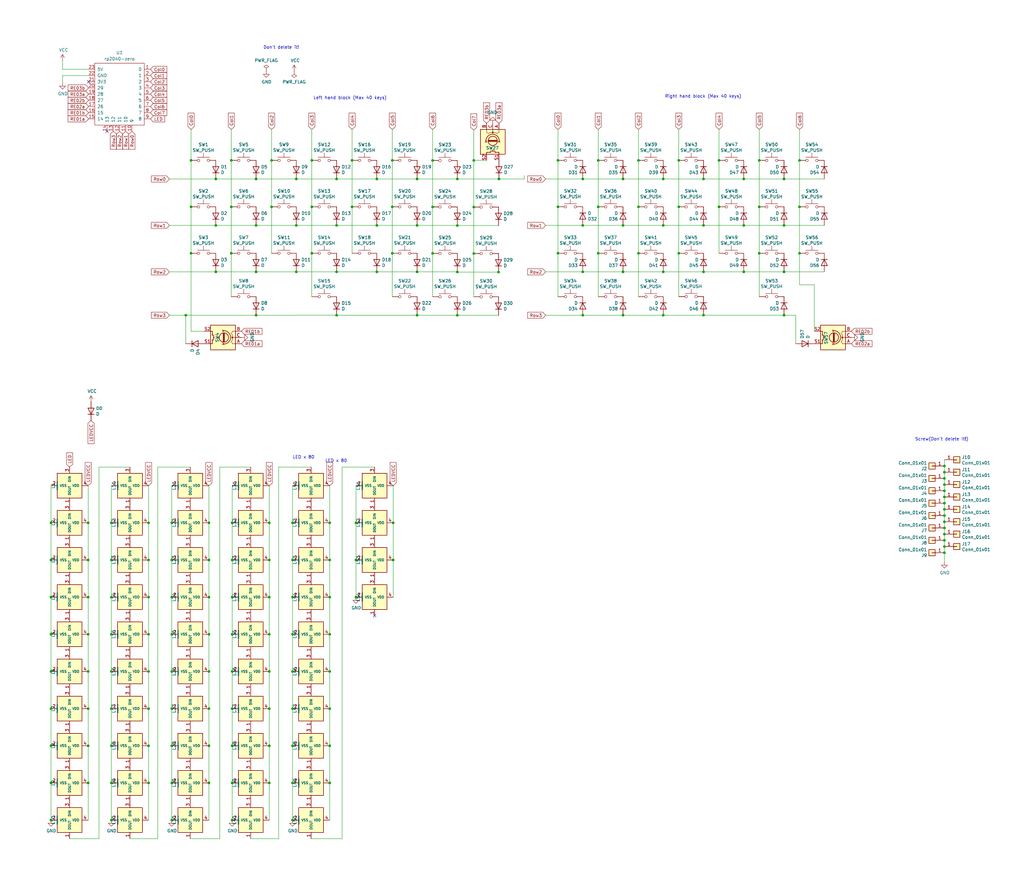
<source format=kicad_sch>
(kicad_sch (version 20250114) (generator "eeschema") (generator_version "9.0")
  (paper "User" 419.989 360.045)
  (text "LED x 80" (at 119.9782 188.3974 0) (effects (font (size 1.27 1.27)) (justify left bottom)))
  (text "Left hand block (Max 40 keys)" (at 128.524 41.021 0) (effects (font (size 1.27 1.27)) (justify left bottom)))
  (text "Screw(Don't delete it!)" (at 375.285 180.975 0) (effects (font (size 1.27 1.27)) (justify left bottom)))
  (text "LED x 80" (at 133.35 189.865 0) (effects (font (size 1.27 1.27)) (justify left bottom)))
  (text "Don't delete it!" (at 107.95 20.32 0) (effects (font (size 1.27 1.27)) (justify left bottom)))
  (text "Right hand block (Max 40 keys)" (at 272.669 40.386 0) (effects (font (size 1.27 1.27)) (justify left bottom)))
  (junction (at 160.909 84.836))
  (junction (at 105.029 129.286))
  (junction (at 135.2182 290.6324))
  (junction (at 228.854 84.8116))
  (junction (at 105.029 92.456))
  (junction (at 144.399 84.836))
  (junction (at 45.6832 229.6724))
  (junction (at 85.6882 244.9124))
  (junction (at 278.384 65.786))
  (junction (at 94.869 84.836))
  (junction (at 171.069 92.456))
  (junction (at 60.9232 275.3924))
  (junction (at 36.1582 244.9124))
  (junction (at 177.419 84.8727))
  (junction (at 327.914 65.786))
  (junction (at 305.054 73.406))
  (junction (at 36.1582 214.4324))
  (junction (at 154.559 111.506))
  (junction (at 85.6882 229.6724))
  (junction (at 119.9782 275.3924))
  (junction (at 204.47 111.5976))
  (junction (at 194.31 84.9245))
  (junction (at 110.4532 244.9124))
  (junction (at 45.6832 275.3924))
  (junction (at 110.4532 214.4324))
  (junction (at 255.524 92.456))
  (junction (at 20.9182 214.4324))
  (junction (at 20.9182 260.1524))
  (junction (at 288.544 92.456))
  (junction (at 228.854 103.886))
  (junction (at 321.564 111.506))
  (junction (at 387.35 219.075))
  (junction (at 60.9232 260.1524))
  (junction (at 387.35 193.675))
  (junction (at 85.6882 214.4324))
  (junction (at 177.419 65.8196))
  (junction (at 187.579 92.4927))
  (junction (at 387.35 213.995))
  (junction (at 311.404 65.786))
  (junction (at 187.579 111.5458))
  (junction (at 36.1582 305.8724))
  (junction (at 278.384 103.886))
  (junction (at 194.31 65.786))
  (junction (at 60.9232 214.4324))
  (junction (at 144.399 65.786))
  (junction (at 239.014 92.456))
  (junction (at 105.029 111.506))
  (junction (at 187.579 129.2993))
  (junction (at 146.0132 244.9124))
  (junction (at 135.2182 260.1524))
  (junction (at 45.6832 290.6324))
  (junction (at 110.4532 305.8724))
  (junction (at 121.539 73.406))
  (junction (at 387.35 221.615))
  (junction (at 311.404 84.836))
  (junction (at 228.854 65.7848))
  (junction (at 327.914 103.886))
  (junction (at 387.35 216.535))
  (junction (at 239.014 111.506))
  (junction (at 187.579 73.406))
  (junction (at 70.4482 260.1524))
  (junction (at 110.4532 275.3924))
  (junction (at 88.519 111.506))
  (junction (at 95.2132 229.6724))
  (junction (at 85.6882 305.8724))
  (junction (at 88.519 73.406))
  (junction (at 70.4482 305.8724))
  (junction (at 161.2532 214.4324))
  (junction (at 138.049 129.3051))
  (junction (at 387.35 196.215))
  (junction (at 119.9782 244.9124))
  (junction (at 138.049 73.406))
  (junction (at 305.054 92.456))
  (junction (at 387.35 206.375))
  (junction (at 20.9182 336.3524))
  (junction (at 288.544 73.406))
  (junction (at 194.31 103.9776))
  (junction (at 60.9232 229.6724))
  (junction (at 45.6832 305.8724))
  (junction (at 204.6418 73.406))
  (junction (at 20.9182 321.1124))
  (junction (at 111.379 65.786))
  (junction (at 272.034 129.286))
  (junction (at 105.029 73.406))
  (junction (at 119.9782 290.6324))
  (junction (at 85.6882 260.1524))
  (junction (at 45.6832 244.9124))
  (junction (at 95.2132 290.6324))
  (junction (at 255.524 129.286))
  (junction (at 321.564 73.406))
  (junction (at 135.2182 275.3924))
  (junction (at 272.034 73.406))
  (junction (at 154.559 92.456))
  (junction (at 70.4482 290.6324))
  (junction (at 36.1582 275.3924))
  (junction (at 311.404 103.886))
  (junction (at 36.1582 321.1124))
  (junction (at 387.35 224.155))
  (junction (at 261.874 103.886))
  (junction (at 127.889 84.836))
  (junction (at 138.049 92.456))
  (junction (at 387.35 198.755))
  (junction (at 78.359 84.836))
  (junction (at 36.1582 229.6724))
  (junction (at 272.034 111.506))
  (junction (at 321.564 129.2743))
  (junction (at 146.0132 229.6724))
  (junction (at 171.069 111.506))
  (junction (at 20.9182 244.9124))
  (junction (at 387.35 226.695))
  (junction (at 95.2132 305.8724))
  (junction (at 327.914 84.836))
  (junction (at 272.034 92.456))
  (junction (at 60.9232 290.6324))
  (junction (at 95.2132 214.4324))
  (junction (at 85.6882 290.6324))
  (junction (at 121.539 92.456))
  (junction (at 20.9182 290.6324))
  (junction (at 127.889 103.886))
  (junction (at 78.359 65.786))
  (junction (at 288.544 111.506))
  (junction (at 135.2182 305.8724))
  (junction (at 70.4482 321.1124))
  (junction (at 110.4532 229.6724))
  (junction (at 36.1582 290.6324))
  (junction (at 127.889 65.786))
  (junction (at 94.869 65.786))
  (junction (at 36.1582 260.1524))
  (junction (at 94.869 103.886))
  (junction (at 261.874 84.836))
  (junction (at 119.9782 229.6724))
  (junction (at 135.2182 214.4324))
  (junction (at 387.35 208.915))
  (junction (at 161.2532 229.6724))
  (junction (at 70.4482 275.3924))
  (junction (at 245.364 84.836))
  (junction (at 70.4482 336.3524))
  (junction (at 45.6832 214.4324))
  (junction (at 245.364 103.886))
  (junction (at 45.6832 336.3524))
  (junction (at 121.539 111.506))
  (junction (at 119.9782 260.1524))
  (junction (at 20.9182 229.6724))
  (junction (at 60.9232 321.1124))
  (junction (at 95.2132 336.3524))
  (junction (at 76.2 129.286))
  (junction (at 60.9232 244.9124))
  (junction (at 135.2182 229.6724))
  (junction (at 110.4532 260.1524))
  (junction (at 146.0132 214.4324))
  (junction (at 171.069 129.286))
  (junction (at 95.2132 244.9124))
  (junction (at 135.2182 244.9124))
  (junction (at 45.6832 260.1524))
  (junction (at 288.544 129.2564))
  (junction (at 20.9182 275.3924))
  (junction (at 111.379 84.836))
  (junction (at 45.6832 321.1124))
  (junction (at 119.9782 321.1124))
  (junction (at 88.519 92.456))
  (junction (at 177.419 103.9258))
  (junction (at 261.874 65.786))
  (junction (at 160.909 103.886))
  (junction (at 110.4532 321.1124))
  (junction (at 70.4482 244.9124))
  (junction (at 278.384 84.836))
  (junction (at 387.35 203.835))
  (junction (at 135.2182 321.1124))
  (junction (at 387.35 211.455))
  (junction (at 119.9782 214.4324))
  (junction (at 70.4482 214.4324))
  (junction (at 138.049 111.506))
  (junction (at 305.054 111.506))
  (junction (at 85.6882 275.3924))
  (junction (at 160.909 65.786))
  (junction (at 171.069 73.406))
  (junction (at 387.35 191.135))
  (junction (at 119.9782 305.8724))
  (junction (at 110.4532 290.6324))
  (junction (at 321.564 92.456))
  (junction (at 70.4482 229.6724))
  (junction (at 78.359 103.886))
  (junction (at 95.2132 321.1124))
  (junction (at 119.9782 336.3524))
  (junction (at 294.894 84.836))
  (junction (at 245.364 65.786))
  (junction (at 95.2132 260.1524))
  (junction (at 239.014 73.406))
  (junction (at 85.6882 321.1124))
  (junction (at 95.2132 275.3924))
  (junction (at 60.9232 305.8724))
  (junction (at 387.35 201.295))
  (junction (at 154.559 73.406))
  (junction (at 255.524 111.506))
  (junction (at 294.894 65.786))
  (junction (at 20.9182 305.8724))
  (junction (at 239.014 129.286))
  (junction (at 255.524 73.406))
  (no_connect (at 153.6332 252.5324))
  (no_connect (at 36.322 33.528))
  (no_connect (at 43.942 53.848))
  (wire (pts (xy 387.35 213.995) (xy 387.35 216.535)))
  (wire (pts (xy 294.894 84.836) (xy 294.894 103.886)))
  (wire (pts (xy 327.914 84.836) (xy 327.914 103.886)))
  (wire (pts (xy 194.31 65.786) (xy 194.31 84.9245)))
  (wire (pts (xy 387.35 191.135) (xy 387.35 193.675)))
  (wire (pts (xy 85.6882 229.6724) (xy 85.6882 244.9124)))
  (wire (pts (xy 36.1582 229.6724) (xy 36.1582 244.9124)))
  (wire (pts (xy 387.35 211.455) (xy 387.35 213.995)))
  (wire (pts (xy 144.399 84.836) (xy 144.399 103.886)))
  (wire (pts (xy 187.579 92.4927) (xy 204.47 92.4927)))
  (wire (pts (xy 105.029 92.456) (xy 121.539 92.456)))
  (wire (pts (xy 85.6882 305.8724) (xy 85.6882 321.1124)))
  (wire (pts (xy 146.0132 199.1924) (xy 146.0132 214.4324)))
  (wire (pts (xy 36.1582 214.4324) (xy 36.1582 229.6724)))
  (wire (pts (xy 187.579 129.2993) (xy 204.47 129.2993)))
  (wire (pts (xy 20.9182 290.6324) (xy 20.9182 305.8724)))
  (wire (pts (xy 45.6832 199.1924) (xy 45.6832 214.4324)))
  (wire (pts (xy 70.4482 275.3924) (xy 70.4482 290.6324)))
  (wire (pts (xy 110.4532 244.9124) (xy 110.4532 260.1524)))
  (wire (pts (xy 228.854 103.886) (xy 228.854 121.666)))
  (wire (pts (xy 272.034 129.286) (xy 288.544 129.286)))
  (wire (pts (xy 187.579 111.5976) (xy 204.47 111.5976)))
  (wire (pts (xy 272.034 111.506) (xy 288.544 111.506)))
  (wire (pts (xy 305.054 92.456) (xy 321.564 92.456)))
  (wire (pts (xy 327.914 116.84) (xy 327.914 103.886)))
  (wire (pts (xy 204.47 111.5578) (xy 204.47 111.5976)))
  (wire (pts (xy 36.1582 290.6324) (xy 36.1582 305.8724)))
  (wire (pts (xy 20.9182 321.1124) (xy 20.9182 336.3524)))
  (wire (pts (xy 135.2182 229.6724) (xy 135.2182 244.9124)))
  (wire (pts (xy 160.909 65.786) (xy 160.909 84.836)))
  (wire (pts (xy 45.6832 244.9124) (xy 45.6832 260.1524)))
  (wire (pts (xy 36.1582 244.9124) (xy 36.1582 260.1524)))
  (wire (pts (xy 146.0132 229.6724) (xy 146.0132 244.9124)))
  (wire (pts (xy 119.9782 275.3924) (xy 119.9782 290.6324)))
  (wire (pts (xy 60.9232 321.1124) (xy 60.9232 336.3524)))
  (wire (pts (xy 387.35 196.215) (xy 387.35 198.755)))
  (wire (pts (xy 187.579 92.456) (xy 187.579 92.4927)))
  (wire (pts (xy 278.384 84.836) (xy 278.384 103.886)))
  (wire (pts (xy 387.35 201.295) (xy 387.35 203.835)))
  (wire (pts (xy 20.9182 260.1524) (xy 20.9182 275.3924)))
  (wire (pts (xy 278.384 53.086) (xy 278.384 65.786)))
  (wire (pts (xy 121.539 129.2428) (xy 121.539 129.2893)))
  (wire (pts (xy 278.384 103.886) (xy 278.384 121.6364)))
  (wire (pts (xy 20.9182 244.9124) (xy 20.9182 260.1524)))
  (wire (pts (xy 28.5382 343.9724) (xy 40.6032 343.9724)))
  (wire (pts (xy 327.914 53.086) (xy 327.914 65.786)))
  (wire (pts (xy 204.47 129.2993) (xy 204.47 129.3511)))
  (wire (pts (xy 255.524 92.456) (xy 272.034 92.456)))
  (wire (pts (xy 95.2132 275.3924) (xy 95.2132 290.6324)))
  (wire (pts (xy 154.559 73.406) (xy 171.069 73.406)))
  (wire (pts (xy 85.6882 321.1124) (xy 85.6882 336.3524)))
  (wire (pts (xy 135.2182 214.4324) (xy 135.2182 229.6724)))
  (wire (pts (xy 36.322 28.448) (xy 25.654 28.448)))
  (wire (pts (xy 239.014 129.286) (xy 255.524 129.286)))
  (wire (pts (xy 88.519 111.506) (xy 69.469 111.506)))
  (wire (pts (xy 121.539 111.506) (xy 138.049 111.506)))
  (wire (pts (xy 119.9782 321.1124) (xy 119.9782 336.3524)))
  (wire (pts (xy 88.519 92.456) (xy 105.029 92.456)))
  (wire (pts (xy 95.2132 199.1924) (xy 95.2132 214.4324)))
  (wire (pts (xy 78.359 84.836) (xy 78.359 103.886)))
  (wire (pts (xy 387.35 206.375) (xy 387.35 208.915)))
  (wire (pts (xy 95.2132 229.6724) (xy 95.2132 244.9124)))
  (wire (pts (xy 127.889 53.086) (xy 127.889 65.786)))
  (wire (pts (xy 69.469 129.286) (xy 76.2 129.286)))
  (wire (pts (xy 144.399 65.786) (xy 144.399 84.836)))
  (wire (pts (xy 334.01 135.89) (xy 334.01 116.84)))
  (wire (pts (xy 261.874 103.886) (xy 261.874 121.666)))
  (wire (pts (xy 288.544 129.286) (xy 288.544 129.2564)))
  (wire (pts (xy 305.054 73.406) (xy 321.564 73.406)))
  (wire (pts (xy 110.4532 199.1924) (xy 110.4532 214.4324)))
  (wire (pts (xy 387.35 203.835) (xy 387.35 206.375)))
  (wire (pts (xy 161.2532 199.1924) (xy 161.2532 214.4324)))
  (wire (pts (xy 95.2132 260.1524) (xy 95.2132 275.3924)))
  (wire (pts (xy 60.9232 305.8724) (xy 60.9232 321.1124)))
  (wire (pts (xy 121.539 92.456) (xy 138.049 92.456)))
  (wire (pts (xy 85.6882 260.1524) (xy 85.6882 275.3924)))
  (wire (pts (xy 239.014 73.406) (xy 255.524 73.406)))
  (wire (pts (xy 114.2632 343.9724) (xy 114.2632 191.5724)))
  (wire (pts (xy 36.322 30.988) (xy 25.654 30.988)))
  (wire (pts (xy 288.544 111.506) (xy 305.054 111.506)))
  (wire (pts (xy 40.6032 191.5724) (xy 53.3032 191.5724)))
  (wire (pts (xy 334.01 116.84) (xy 327.914 116.84)))
  (wire (pts (xy 177.419 84.8727) (xy 177.419 103.9258)))
  (wire (pts (xy 135.2182 244.9124) (xy 135.2182 260.1524)))
  (wire (pts (xy 138.049 73.406) (xy 154.559 73.406)))
  (wire (pts (xy 387.35 208.915) (xy 387.35 211.455)))
  (wire (pts (xy 45.6832 321.1124) (xy 45.6832 336.3524)))
  (wire (pts (xy 140.2982 343.9724) (xy 140.2982 191.5724)))
  (wire (pts (xy 245.364 65.786) (xy 245.364 84.836)))
  (wire (pts (xy 85.6882 199.1924) (xy 85.6882 214.4324)))
  (wire (pts (xy 88.519 73.406) (xy 69.469 73.406)))
  (wire (pts (xy 135.2182 260.1524) (xy 135.2182 275.3924)))
  (wire (pts (xy 161.2532 214.4324) (xy 161.2532 229.6724)))
  (wire (pts (xy 83.82 135.89) (xy 78.359 135.89)))
  (wire (pts (xy 387.35 224.155) (xy 387.35 226.695)))
  (wire (pts (xy 110.4532 321.1124) (xy 110.4532 336.3524)))
  (wire (pts (xy 94.869 84.836) (xy 94.869 103.886)))
  (wire (pts (xy 60.9232 275.3924) (xy 60.9232 290.6324)))
  (wire (pts (xy 135.2182 199.1924) (xy 135.2182 214.4324)))
  (wire (pts (xy 70.4482 321.1124) (xy 70.4482 336.3524)))
  (wire (pts (xy 144.399 53.086) (xy 144.399 65.786)))
  (wire (pts (xy 161.2532 229.6724) (xy 161.2532 244.9124)))
  (wire (pts (xy 25.654 28.448) (xy 25.654 24.892)))
  (wire (pts (xy 138.049 92.456) (xy 154.559 92.456)))
  (wire (pts (xy 88.519 92.456) (xy 69.469 92.456)))
  (wire (pts (xy 94.869 65.786) (xy 94.869 84.836)))
  (wire (pts (xy 215.0271 71.9558) (xy 215.0271 73.406)))
  (wire (pts (xy 288.544 92.456) (xy 305.054 92.456)))
  (wire (pts (xy 121.539 73.406) (xy 138.049 73.406)))
  (wire (pts (xy 70.4482 290.6324) (xy 70.4482 305.8724)))
  (wire (pts (xy 138.049 111.506) (xy 154.559 111.506)))
  (wire (pts (xy 20.9182 305.8724) (xy 20.9182 321.1124)))
  (wire (pts (xy 53.3032 343.9724) (xy 64.7332 343.9724)))
  (wire (pts (xy 76.2 140.97) (xy 76.2 129.286)))
  (wire (pts (xy 78.359 53.086) (xy 78.359 65.786)))
  (wire (pts (xy 111.379 65.786) (xy 111.379 84.836)))
  (wire (pts (xy 105.029 111.506) (xy 121.539 111.506)))
  (wire (pts (xy 78.0682 343.9724) (xy 90.1332 343.9724)))
  (wire (pts (xy 70.4482 244.9124) (xy 70.4482 260.1524)))
  (wire (pts (xy 228.854 84.8116) (xy 228.854 103.886)))
  (wire (pts (xy 311.404 84.836) (xy 311.404 103.886)))
  (wire (pts (xy 105.029 129.286) (xy 121.539 129.286)))
  (wire (pts (xy 387.35 193.675) (xy 387.35 196.215)))
  (wire (pts (xy 177.419 65.8196) (xy 177.419 84.8727)))
  (wire (pts (xy 305.054 111.506) (xy 321.564 111.506)))
  (wire (pts (xy 327.914 65.786) (xy 327.914 84.836)))
  (wire (pts (xy 60.9232 260.1524) (xy 60.9232 275.3924)))
  (wire (pts (xy 321.564 111.506) (xy 338.074 111.506)))
  (wire (pts (xy 127.5982 343.9724) (xy 140.2982 343.9724)))
  (wire (pts (xy 187.579 73.406) (xy 204.6418 73.406)))
  (wire (pts (xy 45.6832 275.3924) (xy 45.6832 290.6324)))
  (wire (pts (xy 245.364 103.886) (xy 245.364 121.666)))
  (wire (pts (xy 138.049 129.3051) (xy 171.069 129.3051)))
  (wire (pts (xy 114.2632 191.5724) (xy 127.5982 191.5724)))
  (wire (pts (xy 255.524 73.406) (xy 272.034 73.406)))
  (wire (pts (xy 121.539 129.2428) (xy 138.049 129.2428)))
  (wire (pts (xy 70.4482 214.4324) (xy 70.4482 229.6724)))
  (wire (pts (xy 140.2982 191.5724) (xy 153.6332 191.5724)))
  (wire (pts (xy 90.1332 343.9724) (xy 90.1332 191.5724)))
  (wire (pts (xy 85.6882 290.6324) (xy 85.6882 305.8724)))
  (wire (pts (xy 36.1582 275.3924) (xy 36.1582 290.6324)))
  (wire (pts (xy 60.9232 214.4324) (xy 60.9232 229.6724)))
  (wire (pts (xy 294.894 53.086) (xy 294.894 65.786)))
  (wire (pts (xy 228.854 65.7848) (xy 228.854 84.8116)))
  (wire (pts (xy 387.35 219.075) (xy 387.35 221.615)))
  (wire (pts (xy 45.6832 290.6324) (xy 45.6832 305.8724)))
  (wire (pts (xy 187.579 73.406) (xy 187.579 73.4396)))
  (wire (pts (xy 78.359 65.786) (xy 78.359 84.836)))
  (wire (pts (xy 70.4482 260.1524) (xy 70.4482 275.3924)))
  (wire (pts (xy 20.9182 275.3924) (xy 20.9182 290.6324)))
  (wire (pts (xy 171.1215 129.2428) (xy 171.1215 129.286)))
  (wire (pts (xy 187.579 111.506) (xy 187.579 111.5458)))
  (wire (pts (xy 70.4482 229.6724) (xy 70.4482 244.9124)))
  (wire (pts (xy 154.559 92.456) (xy 171.069 92.456)))
  (wire (pts (xy 110.4532 214.4324) (xy 110.4532 229.6724)))
  (wire (pts (xy 194.31 84.9245) (xy 194.31 103.9776)))
  (wire (pts (xy 110.4532 305.8724) (xy 110.4532 321.1124)))
  (wire (pts (xy 94.869 103.886) (xy 94.869 121.666)))
  (wire (pts (xy 40.6032 343.9724) (xy 40.6032 191.5724)))
  (wire (pts (xy 239.014 73.406) (xy 239.014 73.4048)))
  (wire (pts (xy 261.874 65.786) (xy 261.874 84.836)))
  (wire (pts (xy 36.1582 305.8724) (xy 36.1582 321.1124)))
  (wire (pts (xy 60.9232 244.9124) (xy 60.9232 260.1524)))
  (wire (pts (xy 194.31 53.34) (xy 194.31 65.786)))
  (wire (pts (xy 311.404 53.086) (xy 311.404 65.786)))
  (wire (pts (xy 204.6418 73.406) (xy 215.0271 73.406)))
  (wire (pts (xy 119.9782 214.4324) (xy 119.9782 229.6724)))
  (wire (pts (xy 311.404 103.886) (xy 311.404 121.6543)))
  (wire (pts (xy 387.35 216.535) (xy 387.35 219.075)))
  (wire (pts (xy 94.869 53.086) (xy 94.869 65.786)))
  (wire (pts (xy 64.7332 343.9724) (xy 64.7332 191.5724)))
  (wire (pts (xy 154.559 111.506) (xy 171.069 111.506)))
  (wire (pts (xy 261.874 53.086) (xy 261.874 65.786)))
  (wire (pts (xy 88.519 111.506) (xy 105.029 111.506)))
  (wire (pts (xy 127.889 103.886) (xy 127.889 121.6851)))
  (wire (pts (xy 171.069 129.286) (xy 187.579 129.286)))
  (wire (pts (xy 85.6882 214.4324) (xy 85.6882 229.6724)))
  (wire (pts (xy 60.9232 290.6324) (xy 60.9232 305.8724)))
  (wire (pts (xy 95.2132 214.4324) (xy 95.2132 229.6724)))
  (wire (pts (xy 387.35 198.755) (xy 387.35 201.295)))
  (wire (pts (xy 294.894 65.786) (xy 294.894 84.836)))
  (wire (pts (xy 171.069 129.3051) (xy 171.069 129.286)))
  (wire (pts (xy 111.379 84.836) (xy 111.379 103.886)))
  (wire (pts (xy 110.4532 229.6724) (xy 110.4532 244.9124)))
  (wire (pts (xy 119.9782 305.8724) (xy 119.9782 321.1124)))
  (wire (pts (xy 187.579 129.286) (xy 187.579 129.2993)))
  (wire (pts (xy 387.35 188.595) (xy 387.35 191.135)))
  (wire (pts (xy 245.364 84.836) (xy 245.364 103.886)))
  (wire (pts (xy 255.524 111.506) (xy 272.034 111.506)))
  (wire (pts (xy 111.379 53.086) (xy 111.379 65.786)))
  (wire (pts (xy 105.029 73.406) (xy 121.539 73.406)))
  (wire (pts (xy 171.069 92.456) (xy 187.579 92.456)))
  (wire (pts (xy 177.419 103.9258) (xy 177.419 121.6793)))
  (wire (pts (xy 70.4482 305.8724) (xy 70.4482 321.1124)))
  (wire (pts (xy 76.2 129.286) (xy 105.029 129.286)))
  (wire (pts (xy 119.9782 260.1524) (xy 119.9782 275.3924)))
  (wire (pts (xy 36.1582 260.1524) (xy 36.1582 275.3924)))
  (wire (pts (xy 45.6832 260.1524) (xy 45.6832 275.3924)))
  (wire (pts (xy 223.774 129.286) (xy 239.014 129.286)))
  (wire (pts (xy 60.9232 229.6724) (xy 60.9232 244.9124)))
  (wire (pts (xy 278.384 65.786) (xy 278.384 84.836)))
  (wire (pts (xy 160.909 103.886) (xy 160.909 121.666)))
  (wire (pts (xy 135.2182 275.3924) (xy 135.2182 290.6324)))
  (wire (pts (xy 110.4532 260.1524) (xy 110.4532 275.3924)))
  (wire (pts (xy 45.6832 305.8724) (xy 45.6832 321.1124)))
  (wire (pts (xy 321.564 129.2564) (xy 321.564 129.2743)))
  (wire (pts (xy 288.544 73.406) (xy 305.054 73.406)))
  (wire (pts (xy 135.2182 321.1124) (xy 135.2182 336.3524)))
  (wire (pts (xy 127.889 65.786) (xy 127.889 84.836)))
  (wire (pts (xy 95.2132 244.9124) (xy 95.2132 260.1524)))
  (wire (pts (xy 78.359 135.89) (xy 78.359 103.886)))
  (wire (pts (xy 321.564 92.456) (xy 338.074 92.456)))
  (wire (pts (xy 160.909 84.836) (xy 160.909 103.886)))
  (wire (pts (xy 387.35 226.695) (xy 387.35 230.505)))
  (wire (pts (xy 311.404 65.786) (xy 311.404 84.836)))
  (wire (pts (xy 194.31 65.786) (xy 199.5618 65.786)))
  (wire (pts (xy 90.1332 191.5724) (xy 102.8332 191.5724)))
  (wire (pts (xy 110.4532 290.6324) (xy 110.4532 305.8724)))
  (wire (pts (xy 70.4482 199.1924) (xy 70.4482 214.4324)))
  (wire (pts (xy 20.9182 199.1924) (xy 20.9182 214.4324)))
  (wire (pts (xy 102.8332 343.9724) (xy 114.2632 343.9724)))
  (wire (pts (xy 239.014 92.456) (xy 239.014 92.4316)))
  (wire (pts (xy 204.47 92.4927) (xy 204.47 92.5445)))
  (wire (pts (xy 160.909 53.086) (xy 160.909 65.786)))
  (wire (pts (xy 387.35 221.615) (xy 387.35 224.155)))
  (wire (pts (xy 223.774 92.456) (xy 239.014 92.456)))
  (wire (pts (xy 85.6882 275.3924) (xy 85.6882 290.6324)))
  (wire (pts (xy 187.579 111.5458) (xy 187.579 111.5976)))
  (wire (pts (xy 223.774 73.406) (xy 239.014 73.406)))
  (wire (pts (xy 171.069 73.406) (xy 187.579 73.406)))
  (wire (pts (xy 25.654 30.988) (xy 25.654 34.036)))
  (wire (pts (xy 95.2132 321.1124) (xy 95.2132 336.3524)))
  (wire (pts (xy 255.524 129.286) (xy 272.034 129.286)))
  (wire (pts (xy 36.1582 199.1924) (xy 36.1582 214.4324)))
  (wire (pts (xy 171.069 111.506) (xy 187.579 111.506)))
  (wire (pts (xy 20.9182 214.4324) (xy 20.9182 229.6724)))
  (wire (pts (xy 194.31 103.9776) (xy 194.31 121.7311)))
  (wire (pts (xy 228.854 53.086) (xy 228.854 65.7848)))
  (wire (pts (xy 146.0132 214.4324) (xy 146.0132 229.6724)))
  (wire (pts (xy 288.544 129.2564) (xy 321.564 129.2564)))
  (wire (pts (xy 119.9782 229.6724) (xy 119.9782 244.9124)))
  (wire (pts (xy 177.419 53.086) (xy 177.419 65.8196)))
  (wire (pts (xy 119.9782 244.9124) (xy 119.9782 260.1524)))
  (wire (pts (xy 245.364 53.086) (xy 245.364 65.786)))
  (wire (pts (xy 95.2132 305.8724) (xy 95.2132 321.1124)))
  (wire (pts (xy 110.4532 275.3924) (xy 110.4532 290.6324)))
  (wire (pts (xy 119.9782 290.6324) (xy 119.9782 305.8724)))
  (wire (pts (xy 326.39 129.2743) (xy 321.564 129.2743)))
  (wire (pts (xy 64.7332 191.5724) (xy 78.0682 191.5724)))
  (wire (pts (xy 88.519 73.406) (xy 105.029 73.406)))
  (wire (pts (xy 239.014 92.456) (xy 255.524 92.456)))
  (wire (pts (xy 85.6882 244.9124) (xy 85.6882 260.1524)))
  (wire (pts (xy 60.9232 199.1924) (xy 60.9232 214.4324)))
  (wire (pts (xy 45.6832 214.4324) (xy 45.6832 229.6724)))
  (wire (pts (xy 36.1582 321.1124) (xy 36.1582 336.3524)))
  (wire (pts (xy 135.2182 305.8724) (xy 135.2182 321.1124)))
  (wire (pts (xy 239.014 111.506) (xy 255.524 111.506)))
  (wire (pts (xy 119.9782 199.1924) (xy 119.9782 214.4324)))
  (wire (pts (xy 272.034 92.456) (xy 288.544 92.456)))
  (wire (pts (xy 127.889 84.836) (xy 127.889 103.886)))
  (wire (pts (xy 223.774 111.506) (xy 239.014 111.506)))
  (wire (pts (xy 95.2132 290.6324) (xy 95.2132 305.8724)))
  (wire (pts (xy 138.049 129.2428) (xy 138.049 129.3051)))
  (wire (pts (xy 261.874 84.836) (xy 261.874 103.886)))
  (wire (pts (xy 45.6832 229.6724) (xy 45.6832 244.9124)))
  (wire (pts (xy 135.2182 290.6324) (xy 135.2182 305.8724)))
  (wire (pts (xy 326.39 140.97) (xy 326.39 129.2743)))
  (wire (pts (xy 321.564 73.406) (xy 338.074 73.406)))
  (wire (pts (xy 272.034 73.406) (xy 288.544 73.406)))
  (wire (pts (xy 20.9182 229.6724) (xy 20.9182 244.9124)))
  (global_label "Row1" (shape input) (at 69.469 92.456 180) (property "Intersheetrefs" "${INTERSHEET_REFS}" (effects (hide yes))))
  (global_label "Col3" (shape input) (at 61.722 36.068 0) (property "Intersheetrefs" "${INTERSHEET_REFS}" (effects (hide yes))))
  (global_label "Col3" (shape input) (at 278.384 53.086 90) (property "Intersheetrefs" "${INTERSHEET_REFS}" (effects (hide yes))))
  (global_label "LED" (shape input) (at 61.722 48.768 0) (property "Intersheetrefs" "${INTERSHEET_REFS}" (effects (hide yes))))
  (global_label "Row0" (shape input) (at 69.469 73.406 180) (property "Intersheetrefs" "${INTERSHEET_REFS}" (effects (hide yes))))
  (global_label "LEDVCC" (shape input) (at 36.1582 199.1924 90) (property "Intersheetrefs" "${INTERSHEET_REFS}" (effects (hide yes))))
  (global_label "Col0" (shape input) (at 61.722 28.448 0) (property "Intersheetrefs" "${INTERSHEET_REFS}" (effects (hide yes))))
  (global_label "Col0" (shape input) (at 78.359 53.086 90) (property "Intersheetrefs" "${INTERSHEET_REFS}" (effects (hide yes))))
  (global_label "Col5" (shape input) (at 61.722 41.148 0) (property "Intersheetrefs" "${INTERSHEET_REFS}" (effects (hide yes))))
  (global_label "RE03a" (shape input) (at 36.322 38.608 180) (property "Intersheetrefs" "${INTERSHEET_REFS}" (effects (hide yes))))
  (global_label "LEDVCC" (shape input) (at 37.338 172.466 270) (property "Intersheetrefs" "${INTERSHEET_REFS}" (effects (hide yes))))
  (global_label "Col4" (shape input) (at 61.722 38.608 0) (property "Intersheetrefs" "${INTERSHEET_REFS}" (effects (hide yes))))
  (global_label "Row0" (shape input) (at 223.774 73.406 180) (property "Intersheetrefs" "${INTERSHEET_REFS}" (effects (hide yes))))
  (global_label "RE01b" (shape input) (at 99.06 135.89 0) (property "Intersheetrefs" "${INTERSHEET_REFS}" (effects (hide yes))))
  (global_label "Col6" (shape input) (at 327.914 53.086 90) (property "Intersheetrefs" "${INTERSHEET_REFS}" (effects (hide yes))))
  (global_label "Row3" (shape input) (at 46.482 53.848 270) (property "Intersheetrefs" "${INTERSHEET_REFS}" (effects (hide yes))))
  (global_label "Col7" (shape input) (at 61.722 46.228 0) (property "Intersheetrefs" "${INTERSHEET_REFS}" (effects (hide yes))))
  (global_label "RE02b" (shape input) (at 36.322 41.148 180) (property "Intersheetrefs" "${INTERSHEET_REFS}" (effects (hide yes))))
  (global_label "Col2" (shape input) (at 61.722 33.528 0) (property "Intersheetrefs" "${INTERSHEET_REFS}" (effects (hide yes))))
  (global_label "Col1" (shape input) (at 94.869 53.086 90) (property "Intersheetrefs" "${INTERSHEET_REFS}" (effects (hide yes))))
  (global_label "LED" (shape input) (at 28.5382 191.5724 90) (property "Intersheetrefs" "${INTERSHEET_REFS}" (effects (hide yes))))
  (global_label "RE02a" (shape input) (at 36.322 43.688 180) (property "Intersheetrefs" "${INTERSHEET_REFS}" (effects (hide yes))))
  (global_label "Col7" (shape input) (at 194.31 53.34 90) (property "Intersheetrefs" "${INTERSHEET_REFS}" (effects (hide yes))))
  (global_label "Col0" (shape input) (at 228.854 53.086 90) (property "Intersheetrefs" "${INTERSHEET_REFS}" (effects (hide yes))))
  (global_label "LEDVCC" (shape input) (at 85.6882 199.1924 90) (property "Intersheetrefs" "${INTERSHEET_REFS}" (effects (hide yes))))
  (global_label "RE02a" (shape input) (at 349.25 140.97 0) (property "Intersheetrefs" "${INTERSHEET_REFS}" (effects (hide yes))))
  (global_label "Col2" (shape input) (at 111.379 53.086 90) (property "Intersheetrefs" "${INTERSHEET_REFS}" (effects (hide yes))))
  (global_label "LEDVCC" (shape input) (at 135.2182 199.1924 90) (property "Intersheetrefs" "${INTERSHEET_REFS}" (effects (hide yes))))
  (global_label "LEDVCC" (shape input) (at 110.4532 199.1924 90) (property "Intersheetrefs" "${INTERSHEET_REFS}" (effects (hide yes))))
  (global_label "Col5" (shape input) (at 311.404 53.086 90) (property "Intersheetrefs" "${INTERSHEET_REFS}" (effects (hide yes))))
  (global_label "Row3" (shape input) (at 69.469 129.286 180) (property "Intersheetrefs" "${INTERSHEET_REFS}" (effects (hide yes))))
  (global_label "RE03a" (shape input) (at 204.6418 50.546 90) (property "Intersheetrefs" "${INTERSHEET_REFS}" (effects (hide yes))))
  (global_label "LEDVCC" (shape input) (at 60.9232 199.1924 90) (property "Intersheetrefs" "${INTERSHEET_REFS}" (effects (hide yes))))
  (global_label "Row0" (shape input) (at 54.102 53.848 270) (property "Intersheetrefs" "${INTERSHEET_REFS}" (effects (hide yes))))
  (global_label "RE01b" (shape input) (at 36.322 46.228 180) (property "Intersheetrefs" "${INTERSHEET_REFS}" (effects (hide yes))))
  (global_label "Col1" (shape input) (at 61.722 30.988 0) (property "Intersheetrefs" "${INTERSHEET_REFS}" (effects (hide yes))))
  (global_label "RE03b" (shape input) (at 36.322 36.068 180) (property "Intersheetrefs" "${INTERSHEET_REFS}" (effects (hide yes))))
  (global_label "Row2" (shape input) (at 49.022 53.848 270) (property "Intersheetrefs" "${INTERSHEET_REFS}" (effects (hide yes))))
  (global_label "Col3" (shape input) (at 127.889 53.086 90) (property "Intersheetrefs" "${INTERSHEET_REFS}" (effects (hide yes))))
  (global_label "Col5" (shape input) (at 160.909 53.086 90) (property "Intersheetrefs" "${INTERSHEET_REFS}" (effects (hide yes))))
  (global_label "Col4" (shape input) (at 294.894 53.086 90) (property "Intersheetrefs" "${INTERSHEET_REFS}" (effects (hide yes))))
  (global_label "Row2" (shape input) (at 69.469 111.506 180) (property "Intersheetrefs" "${INTERSHEET_REFS}" (effects (hide yes))))
  (global_label "Col4" (shape input) (at 144.399 53.086 90) (property "Intersheetrefs" "${INTERSHEET_REFS}" (effects (hide yes))))
  (global_label "Row2" (shape input) (at 223.774 111.506 180) (property "Intersheetrefs" "${INTERSHEET_REFS}" (effects (hide yes))))
  (global_label "RE01a" (shape input) (at 99.06 140.97 0) (property "Intersheetrefs" "${INTERSHEET_REFS}" (effects (hide yes))))
  (global_label "LEDVCC" (shape input) (at 161.2532 199.1924 90) (property "Intersheetrefs" "${INTERSHEET_REFS}" (effects (hide yes))))
  (global_label "RE03b" (shape input) (at 199.5618 50.546 90) (property "Intersheetrefs" "${INTERSHEET_REFS}" (effects (hide yes))))
  (global_label "Row1" (shape input) (at 51.562 53.848 270) (property "Intersheetrefs" "${INTERSHEET_REFS}" (effects (hide yes))))
  (global_label "RE02b" (shape input) (at 349.25 135.89 0) (property "Intersheetrefs" "${INTERSHEET_REFS}" (effects (hide yes))))
  (global_label "Col2" (shape input) (at 261.874 53.086 90) (property "Intersheetrefs" "${INTERSHEET_REFS}" (effects (hide yes))))
  (global_label "Col6" (shape input) (at 177.419 53.086 90) (property "Intersheetrefs" "${INTERSHEET_REFS}" (effects (hide yes))))
  (global_label "Row1" (shape input) (at 223.774 92.456 180) (property "Intersheetrefs" "${INTERSHEET_REFS}" (effects (hide yes))))
  (global_label "Row3" (shape input) (at 223.774 129.286 180) (property "Intersheetrefs" "${INTERSHEET_REFS}" (effects (hide yes))))
  (global_label "Col1" (shape input) (at 245.364 53.086 90) (property "Intersheetrefs" "${INTERSHEET_REFS}" (effects (hide yes))))
  (global_label "Col6" (shape input) (at 61.722 43.688 0) (property "Intersheetrefs" "${INTERSHEET_REFS}" (effects (hide yes))))
  (global_label "RE01a" (shape input) (at 36.322 48.768 180) (property "Intersheetrefs" "${INTERSHEET_REFS}" (effects (hide yes))))
  (symbol (lib_id "power:PWR_FLAG") (at 109.22 29.21 0) (unit 1)
    (property "Reference" "#FLG01" (effects (hide yes)))
    (property "Value" "PWR_FLAG" (at 109.22 24.7904 0))
  )
  (symbol (lib_id "power:PWR_FLAG") (at 120.65 29.21 180) (unit 1)
    (property "Reference" "#FLG02" (effects (hide yes)))
    (property "Value" "PWR_FLAG" (at 120.65 33.6042 0))
  )
  (symbol (lib_id "power:GND") (at 109.22 29.21 0) (unit 1)
    (property "Reference" "#PWR010" (effects (hide yes)))
    (property "Value" "GND" (at 109.347 33.6042 0))
  )
  (symbol (lib_id "power:VCC") (at 120.65 29.21 0) (unit 1)
    (property "Reference" "#PWR012" (effects (hide yes)))
    (property "Value" "VCC" (at 121.0818 24.8158 0))
  )
  (symbol (lib_id "Switch:SW_Push") (at 99.949 65.786 0) (unit 1)
    (property "Reference" "SW5" (at 99.949 59.309 0))
    (property "Value" "SW_PUSH" (at 99.949 61.6204 0))
    (property "Footprint" "kbd_SW:Choc_v2_Hotswap_1u" (effects (hide yes)))
  )
  (symbol (lib_id "Switch:SW_Push") (at 83.439 65.786 0) (unit 1)
    (property "Reference" "SW1" (at 83.439 59.309 0))
    (property "Value" "SW_PUSH" (at 83.439 61.6204 0))
    (property "Footprint" "kbd_SW:Choc_v2_Hotswap_1u" (effects (hide yes)))
  )
  (symbol (lib_id "Switch:SW_Push") (at 83.439 84.836 0) (unit 1)
    (property "Reference" "SW2" (at 83.439 78.359 0))
    (property "Value" "SW_PUSH" (at 83.439 80.6704 0))
    (property "Footprint" "kbd_SW:Choc_v2_Hotswap_1u" (effects (hide yes)))
  )
  (symbol (lib_id "Switch:SW_Push") (at 99.949 84.836 0) (unit 1)
    (property "Reference" "SW6" (at 99.949 78.359 0))
    (property "Value" "SW_PUSH" (at 99.949 80.6704 0))
    (property "Footprint" "kbd_SW:Choc_v2_Hotswap_1u" (effects (hide yes)))
  )
  (symbol (lib_id "Device:D") (at 88.519 69.596 90) (unit 1)
    (property "Reference" "D1" (at 90.5256 68.4276 90) (effects (justify right)))
    (property "Value" "D" (at 90.5256 70.739 90) (effects (justify right)))
    (property "Footprint" "kbd_Parts:Diode_SMD" (effects (hide yes)))
  )
  (symbol (lib_id "Device:D") (at 105.029 69.596 90) (unit 1)
    (property "Reference" "D5" (at 107.0356 68.4276 90) (effects (justify right)))
    (property "Value" "D" (at 107.0356 70.739 90) (effects (justify right)))
    (property "Footprint" "kbd_Parts:Diode_SMD" (effects (hide yes)))
  )
  (symbol (lib_id "Device:D") (at 105.029 88.646 90) (unit 1)
    (property "Reference" "D6" (at 107.0356 87.4776 90) (effects (justify right)))
    (property "Value" "D" (at 107.0356 89.789 90) (effects (justify right)))
    (property "Footprint" "kbd_Parts:Diode_SMD" (effects (hide yes)))
  )
  (symbol (lib_id "Device:D") (at 88.519 88.646 90) (unit 1)
    (property "Reference" "D2" (at 90.5256 87.4776 90) (effects (justify right)))
    (property "Value" "D" (at 90.5256 89.789 90) (effects (justify right)))
    (property "Footprint" "kbd_Parts:Diode_SMD" (effects (hide yes)))
  )
  (symbol (lib_id "Switch:SW_Push") (at 132.969 65.786 0) (unit 1)
    (property "Reference" "SW12" (at 132.969 59.309 0))
    (property "Value" "SW_PUSH" (at 132.969 61.6204 0))
    (property "Footprint" "kbd_SW:Choc_v2_Hotswap_1u" (effects (hide yes)))
  )
  (symbol (lib_id "Switch:SW_Push") (at 149.479 65.786 0) (unit 1)
    (property "Reference" "SW16" (at 149.479 59.309 0))
    (property "Value" "SW_PUSH" (at 149.479 61.6204 0))
    (property "Footprint" "kbd_SW:Choc_v2_Hotswap_1u" (effects (hide yes)))
  )
  (symbol (lib_id "Switch:SW_Push") (at 165.989 65.786 0) (unit 1)
    (property "Reference" "SW19" (at 165.989 59.309 0))
    (property "Value" "SW_PUSH" (at 165.989 61.6204 0))
    (property "Footprint" "kbd_SW:Choc_v2_Hotswap_1u" (effects (hide yes)))
  )
  (symbol (lib_id "Switch:SW_Push") (at 116.459 65.786 0) (unit 1)
    (property "Reference" "SW9" (at 116.459 59.309 0))
    (property "Value" "SW_PUSH" (at 116.459 61.6204 0))
    (property "Footprint" "kbd_SW:Choc_v2_Hotswap_1u" (effects (hide yes)))
  )
  (symbol (lib_id "Switch:SW_Push") (at 132.969 103.886 0) (unit 1)
    (property "Reference" "SW14" (at 132.969 97.409 0))
    (property "Value" "SW_PUSH" (at 132.969 99.7204 0))
    (property "Footprint" "kbd_SW:Choc_v2_Hotswap_1u" (effects (hide yes)))
  )
  (symbol (lib_id "Switch:SW_Push") (at 132.969 84.836 0) (unit 1)
    (property "Reference" "SW13" (at 132.969 78.359 0))
    (property "Value" "SW_PUSH" (at 132.969 80.6704 0))
    (property "Footprint" "kbd_SW:Choc_v2_Hotswap_1u" (effects (hide yes)))
  )
  (symbol (lib_id "Switch:SW_Push") (at 149.479 84.836 0) (unit 1)
    (property "Reference" "SW17" (at 149.479 78.359 0))
    (property "Value" "SW_PUSH" (at 149.479 80.6704 0))
    (property "Footprint" "kbd_SW:Choc_v2_Hotswap_1u" (effects (hide yes)))
  )
  (symbol (lib_id "Switch:SW_Push") (at 165.989 84.836 0) (unit 1)
    (property "Reference" "SW20" (at 165.989 78.359 0))
    (property "Value" "SW_PUSH" (at 165.989 80.6704 0))
    (property "Footprint" "kbd_SW:Choc_v2_Hotswap_1u" (effects (hide yes)))
  )
  (symbol (lib_id "Switch:SW_Push") (at 116.459 84.836 0) (unit 1)
    (property "Reference" "SW10" (at 116.459 78.359 0))
    (property "Value" "SW_PUSH" (at 116.459 80.6704 0))
    (property "Footprint" "kbd_SW:Choc_v2_Hotswap_1u" (effects (hide yes)))
  )
  (symbol (lib_id "Switch:SW_Push") (at 83.439 103.886 0) (unit 1)
    (property "Reference" "SW3" (at 83.439 97.409 0))
    (property "Value" "SW_PUSH" (at 83.439 99.7204 0))
    (property "Footprint" "kbd_SW:Choc_v2_Hotswap_1u" (effects (hide yes)))
  )
  (symbol (lib_id "Switch:SW_Push") (at 99.949 103.886 0) (unit 1)
    (property "Reference" "SW7" (at 99.949 97.409 0))
    (property "Value" "SW_PUSH" (at 99.949 99.7204 0))
    (property "Footprint" "kbd_SW:Choc_v2_Hotswap_1u" (effects (hide yes)))
  )
  (symbol (lib_id "Switch:SW_Push") (at 116.459 103.886 0) (unit 1)
    (property "Reference" "SW11" (at 116.459 97.409 0))
    (property "Value" "SW_PUSH" (at 116.459 99.7204 0))
    (property "Footprint" "kbd_SW:Choc_v2_Hotswap_1u" (effects (hide yes)))
  )
  (symbol (lib_id "Switch:SW_Push") (at 149.479 103.886 0) (unit 1)
    (property "Reference" "SW18" (at 149.479 97.409 0))
    (property "Value" "SW_PUSH" (at 149.479 99.7204 0))
    (property "Footprint" "kbd_SW:Choc_v2_Hotswap_1u" (effects (hide yes)))
  )
  (symbol (lib_id "Switch:SW_Push") (at 165.989 103.886 0) (unit 1)
    (property "Reference" "SW21" (at 165.989 97.409 0))
    (property "Value" "SW_PUSH" (at 165.989 99.7204 0))
    (property "Footprint" "kbd_SW:Choc_v2_Hotswap_1u" (effects (hide yes)))
  )
  (symbol (lib_id "Device:D") (at 121.539 69.596 90) (unit 1)
    (property "Reference" "D9" (at 123.5456 68.4276 90) (effects (justify right)))
    (property "Value" "D" (at 123.5456 70.739 90) (effects (justify right)))
    (property "Footprint" "kbd_Parts:Diode_SMD" (effects (hide yes)))
  )
  (symbol (lib_id "Device:D") (at 138.049 69.596 90) (unit 1)
    (property "Reference" "D12" (at 140.0556 68.4276 90) (effects (justify right)))
    (property "Value" "D" (at 140.0556 70.739 90) (effects (justify right)))
    (property "Footprint" "kbd_Parts:Diode_SMD" (effects (hide yes)))
  )
  (symbol (lib_id "Device:D") (at 154.559 69.596 90) (unit 1)
    (property "Reference" "D16" (at 156.5656 68.4276 90) (effects (justify right)))
    (property "Value" "D" (at 156.5656 70.739 90) (effects (justify right)))
    (property "Footprint" "kbd_Parts:Diode_SMD" (effects (hide yes)))
  )
  (symbol (lib_id "Device:D") (at 171.069 69.596 90) (unit 1)
    (property "Reference" "D19" (at 173.0756 68.4276 90) (effects (justify right)))
    (property "Value" "D" (at 173.0756 70.739 90) (effects (justify right)))
    (property "Footprint" "kbd_Parts:Diode_SMD" (effects (hide yes)))
  )
  (symbol (lib_id "Device:D") (at 171.069 88.646 90) (unit 1)
    (property "Reference" "D20" (at 173.0756 87.4776 90) (effects (justify right)))
    (property "Value" "D" (at 173.0756 89.789 90) (effects (justify right)))
    (property "Footprint" "kbd_Parts:Diode_SMD" (effects (hide yes)))
  )
  (symbol (lib_id "Device:D") (at 171.069 107.696 90) (unit 1)
    (property "Reference" "D21" (at 173.0756 106.5276 90) (effects (justify right)))
    (property "Value" "D" (at 173.0756 108.839 90) (effects (justify right)))
    (property "Footprint" "kbd_Parts:Diode_SMD" (effects (hide yes)))
  )
  (symbol (lib_id "Device:D") (at 171.069 125.476 90) (unit 1)
    (property "Reference" "D22" (at 173.0756 124.3076 90) (effects (justify right)))
    (property "Value" "D" (at 173.0756 126.619 90) (effects (justify right)))
    (property "Footprint" "kbd_Parts:Diode_SMD" (effects (hide yes)))
  )
  (symbol (lib_id "Device:D") (at 154.559 107.696 90) (unit 1)
    (property "Reference" "D18" (at 156.5656 106.5276 90) (effects (justify right)))
    (property "Value" "D" (at 156.5656 108.839 90) (effects (justify right)))
    (property "Footprint" "kbd_Parts:Diode_SMD" (effects (hide yes)))
  )
  (symbol (lib_id "Device:D") (at 154.559 88.646 90) (unit 1)
    (property "Reference" "D17" (at 156.5656 87.4776 90) (effects (justify right)))
    (property "Value" "D" (at 156.5656 89.789 90) (effects (justify right)))
    (property "Footprint" "kbd_Parts:Diode_SMD" (effects (hide yes)))
  )
  (symbol (lib_id "Device:D") (at 138.049 88.646 90) (unit 1)
    (property "Reference" "D13" (at 140.0556 87.4776 90) (effects (justify right)))
    (property "Value" "D" (at 140.0556 89.789 90) (effects (justify right)))
    (property "Footprint" "kbd_Parts:Diode_SMD" (effects (hide yes)))
  )
  (symbol (lib_id "Device:D") (at 121.539 88.646 90) (unit 1)
    (property "Reference" "D10" (at 123.5456 87.4776 90) (effects (justify right)))
    (property "Value" "D" (at 123.5456 89.789 90) (effects (justify right)))
    (property "Footprint" "kbd_Parts:Diode_SMD" (effects (hide yes)))
  )
  (symbol (lib_id "Device:D") (at 121.539 107.696 90) (unit 1)
    (property "Reference" "D11" (at 123.5456 106.5276 90) (effects (justify right)))
    (property "Value" "D" (at 123.5456 108.839 90) (effects (justify right)))
    (property "Footprint" "kbd_Parts:Diode_SMD" (effects (hide yes)))
  )
  (symbol (lib_id "Device:D") (at 138.049 107.696 90) (unit 1)
    (property "Reference" "D14" (at 140.0556 106.5276 90) (effects (justify right)))
    (property "Value" "D" (at 140.0556 108.839 90) (effects (justify right)))
    (property "Footprint" "kbd_Parts:Diode_SMD" (effects (hide yes)))
  )
  (symbol (lib_id "Device:D") (at 105.029 107.696 90) (unit 1)
    (property "Reference" "D7" (at 107.0356 106.5276 90) (effects (justify right)))
    (property "Value" "D" (at 107.0356 108.839 90) (effects (justify right)))
    (property "Footprint" "kbd_Parts:Diode_SMD" (effects (hide yes)))
  )
  (symbol (lib_id "Device:D") (at 88.519 107.696 90) (unit 1)
    (property "Reference" "D3" (at 90.5256 106.5276 90) (effects (justify right)))
    (property "Value" "D" (at 90.5256 108.839 90) (effects (justify right)))
    (property "Footprint" "kbd_Parts:Diode_SMD" (effects (hide yes)))
  )
  (symbol (lib_id "Device:D") (at 80.01 140.97 0) (unit 1)
    (property "Reference" "D4" (at 81.1784 142.9766 90) (effects (justify right)))
    (property "Value" "D" (at 78.867 142.9766 90) (effects (justify right)))
    (property "Footprint" "kbd_Parts:Diode_SMD" (effects (hide yes)))
  )
  (symbol (lib_id "Connector_Generic:Conn_01x01") (at 392.43 208.915 0) (unit 1)
    (property "Reference" "J14" (at 394.462 207.8482 0) (effects (justify left)))
    (property "Value" "Conn_01x01" (at 394.462 210.1596 0) (effects (justify left)))
    (property "Footprint" "kbd_Hole:m2_Screw_Hole_Fab" (effects (hide yes)))
  )
  (symbol (lib_id "Connector_Generic:Conn_01x01") (at 382.27 211.455 180) (unit 1)
    (property "Reference" "J6" (at 380.238 212.5218 0) (effects (justify left)))
    (property "Value" "Conn_01x01" (at 380.238 210.2104 0) (effects (justify left)))
    (property "Footprint" "kbd_Hole:m2_Spacer_Hole_EdgeCuts" (effects (hide yes)))
  )
  (symbol (lib_id "power:GND") (at 387.35 230.505 0) (unit 1)
    (property "Reference" "#PWR025" (effects (hide yes)))
    (property "Value" "GND" (at 387.477 234.8992 0))
  )
  (symbol (lib_id "Connector_Generic:Conn_01x01") (at 392.43 213.995 0) (unit 1)
    (property "Reference" "J15" (at 394.462 212.9282 0) (effects (justify left)))
    (property "Value" "Conn_01x01" (at 394.462 215.2396 0) (effects (justify left)))
    (property "Footprint" "kbd_Hole:m2_Screw_Hole_Fab" (effects (hide yes)))
  )
  (symbol (lib_id "Connector_Generic:Conn_01x01") (at 382.27 216.535 180) (unit 1)
    (property "Reference" "J7" (at 380.238 217.6018 0) (effects (justify left)))
    (property "Value" "Conn_01x01" (at 380.238 215.2904 0) (effects (justify left)))
    (property "Footprint" "kbd_Hole:m2_Spacer_Hole_EdgeCuts" (effects (hide yes)))
  )
  (symbol (lib_id "Switch:SW_Push") (at 165.989 121.666 0) (unit 1)
    (property "Reference" "SW22" (at 165.989 115.189 0))
    (property "Value" "SW_PUSH" (at 165.989 117.5004 0))
    (property "Footprint" "kbd_SW:Choc_v2_Hotswap_1u" (effects (hide yes)))
  )
  (symbol (lib_id "Switch:SW_Push") (at 182.499 84.8727 0) (unit 1)
    (property "Reference" "SW24" (at 182.499 78.3957 0))
    (property "Value" "SW_PUSH" (at 182.499 80.7071 0))
    (property "Footprint" "kbd_SW:Choc_v2_Hotswap_1u" (effects (hide yes)))
  )
  (symbol (lib_id "Switch:SW_Push") (at 182.499 65.8196 0) (unit 1)
    (property "Reference" "SW23" (at 182.499 59.3426 0))
    (property "Value" "SW_PUSH" (at 182.499 61.654 0))
    (property "Footprint" "kbd_SW:Choc_v2_Hotswap_1u" (effects (hide yes)))
  )
  (symbol (lib_id "Device:D") (at 204.6418 69.596 90) (unit 1)
    (property "Reference" "D27" (at 206.6484 68.4276 90) (effects (justify right)))
    (property "Value" "D" (at 206.6484 70.739 90) (effects (justify right)))
    (property "Footprint" "kbd_Parts:Diode_SMD" (effects (hide yes)))
  )
  (symbol (lib_id "Device:D") (at 187.579 88.6827 90) (unit 1)
    (property "Reference" "D24" (at 189.5856 87.5143 90) (effects (justify right)))
    (property "Value" "D" (at 189.5856 89.8257 90) (effects (justify right)))
    (property "Footprint" "kbd_Parts:Diode_SMD" (effects (hide yes)))
  )
  (symbol (lib_id "Device:D") (at 187.579 69.6296 90) (unit 1)
    (property "Reference" "D23" (at 189.5856 68.4612 90) (effects (justify right)))
    (property "Value" "D" (at 189.5856 70.7726 90) (effects (justify right)))
    (property "Footprint" "kbd_Parts:Diode_SMD" (effects (hide yes)))
  )
  (symbol (lib_id "Device:D") (at 239.014 107.696 270) (unit 1)
    (property "Reference" "D33" (at 237.0074 108.8644 90) (effects (justify right)))
    (property "Value" "D" (at 237.0074 106.553 90) (effects (justify right)))
    (property "Footprint" "kbd_Parts:Diode_SMD" (effects (hide yes)))
  )
  (symbol (lib_id "Device:D") (at 239.014 125.476 270) (unit 1)
    (property "Reference" "D34" (at 237.0074 126.6444 90) (effects (justify right)))
    (property "Value" "D" (at 237.0074 124.333 90) (effects (justify right)))
    (property "Footprint" "kbd_Parts:Diode_SMD" (effects (hide yes)))
  )
  (symbol (lib_id "Switch:SW_Push") (at 233.934 103.886 0) (unit 1)
    (property "Reference" "SW33" (at 233.934 97.409 0))
    (property "Value" "SW_PUSH" (at 233.934 99.7204 0))
    (property "Footprint" "kbd_SW:Choc_v2_Hotswap_1u" (effects (hide yes)))
  )
  (symbol (lib_id "Switch:SW_Push") (at 266.954 121.666 0) (unit 1)
    (property "Reference" "SW42" (at 266.954 115.189 0))
    (property "Value" "SW_PUSH" (at 266.954 117.5004 0))
    (property "Footprint" "kbd_SW:Choc_v2_Hotswap_1u" (effects (hide yes)))
  )
  (symbol (lib_id "Device:D") (at 272.034 125.476 270) (unit 1)
    (property "Reference" "D42" (at 270.0274 126.6444 90) (effects (justify right)))
    (property "Value" "D" (at 270.0274 124.333 90) (effects (justify right)))
    (property "Footprint" "kbd_Parts:Diode_SMD" (effects (hide yes)))
  )
  (symbol (lib_id "Switch:SW_Push") (at 266.954 65.786 0) (unit 1)
    (property "Reference" "SW39" (at 266.954 59.309 0))
    (property "Value" "SW_PUSH" (at 266.954 61.6204 0))
    (property "Footprint" "kbd_SW:Choc_v2_Hotswap_1u" (effects (hide yes)))
  )
  (symbol (lib_id "Switch:SW_Push") (at 266.954 84.836 0) (unit 1)
    (property "Reference" "SW40" (at 266.954 78.359 0))
    (property "Value" "SW_PUSH" (at 266.954 80.6704 0))
    (property "Footprint" "kbd_SW:Choc_v2_Hotswap_1u" (effects (hide yes)))
  )
  (symbol (lib_id "Switch:SW_Push") (at 266.954 103.886 0) (unit 1)
    (property "Reference" "SW41" (at 266.954 97.409 0))
    (property "Value" "SW_PUSH" (at 266.954 99.7204 0))
    (property "Footprint" "kbd_SW:Choc_v2_Hotswap_1u" (effects (hide yes)))
  )
  (symbol (lib_id "Switch:SW_Push") (at 250.444 121.666 0) (unit 1)
    (property "Reference" "SW38" (at 250.444 115.189 0))
    (property "Value" "SW_PUSH" (at 250.444 117.5004 0))
    (property "Footprint" "kbd_SW:Choc_v2_Hotswap_1u" (effects (hide yes)))
  )
  (symbol (lib_id "Switch:SW_Push") (at 250.444 103.886 0) (unit 1)
    (property "Reference" "SW37" (at 250.444 97.409 0))
    (property "Value" "SW_PUSH" (at 250.444 99.7204 0))
    (property "Footprint" "kbd_SW:Choc_v2_Hotswap_1u" (effects (hide yes)))
  )
  (symbol (lib_id "Switch:SW_Push") (at 250.444 84.836 0) (unit 1)
    (property "Reference" "SW36" (at 250.444 78.359 0))
    (property "Value" "SW_PUSH" (at 250.444 80.6704 0))
    (property "Footprint" "kbd_SW:Choc_v2_Hotswap_1u" (effects (hide yes)))
  )
  (symbol (lib_id "Switch:SW_Push") (at 250.444 65.786 0) (unit 1)
    (property "Reference" "SW35" (at 250.444 59.309 0))
    (property "Value" "SW_PUSH" (at 250.444 61.6204 0))
    (property "Footprint" "kbd_SW:Choc_v2_Hotswap_1u" (effects (hide yes)))
  )
  (symbol (lib_id "Switch:SW_Push") (at 299.974 65.786 0) (unit 1)
    (property "Reference" "SW47" (at 299.974 59.309 0))
    (property "Value" "SW_PUSH" (at 299.974 61.6204 0))
    (property "Footprint" "kbd_SW:Choc_v2_Hotswap_1u" (effects (hide yes)))
  )
  (symbol (lib_id "Switch:SW_Push") (at 299.974 84.836 0) (unit 1)
    (property "Reference" "SW48" (at 299.974 78.359 0))
    (property "Value" "SW_PUSH" (at 299.974 80.6704 0))
    (property "Footprint" "kbd_SW:Choc_v2_Hotswap_1u" (effects (hide yes)))
  )
  (symbol (lib_id "Switch:SW_Push") (at 299.974 103.886 0) (unit 1)
    (property "Reference" "SW49" (at 299.974 97.409 0))
    (property "Value" "SW_PUSH" (at 299.974 99.7204 0))
    (property "Footprint" "kbd_SW:Choc_v2_Hotswap_1u" (effects (hide yes)))
  )
  (symbol (lib_id "Switch:SW_Push") (at 283.464 103.886 0) (unit 1)
    (property "Reference" "SW45" (at 283.464 97.409 0))
    (property "Value" "SW_PUSH" (at 283.464 99.7204 0))
    (property "Footprint" "kbd_SW:Choc_v2_Hotswap_1u" (effects (hide yes)))
  )
  (symbol (lib_id "Switch:SW_Push") (at 283.464 84.836 0) (unit 1)
    (property "Reference" "SW44" (at 283.464 78.359 0))
    (property "Value" "SW_PUSH" (at 283.464 80.6704 0))
    (property "Footprint" "kbd_SW:Choc_v2_Hotswap_1u" (effects (hide yes)))
  )
  (symbol (lib_id "Switch:SW_Push") (at 283.464 65.786 0) (unit 1)
    (property "Reference" "SW43" (at 283.464 59.309 0))
    (property "Value" "SW_PUSH" (at 283.464 61.6204 0))
    (property "Footprint" "kbd_SW:Choc_v2_Hotswap_1u" (effects (hide yes)))
  )
  (symbol (lib_id "Switch:SW_Push") (at 316.484 103.886 0) (unit 1)
    (property "Reference" "SW52" (at 316.484 97.409 0))
    (property "Value" "SW_PUSH" (at 316.484 99.7204 0))
    (property "Footprint" "kbd_SW:Choc_v2_Hotswap_1u" (effects (hide yes)))
  )
  (symbol (lib_id "Switch:SW_Push") (at 316.484 84.836 0) (unit 1)
    (property "Reference" "SW51" (at 316.484 78.359 0))
    (property "Value" "SW_PUSH" (at 316.484 80.6704 0))
    (property "Footprint" "kbd_SW:Choc_v2_Hotswap_1u" (effects (hide yes)))
  )
  (symbol (lib_id "Switch:SW_Push") (at 316.484 65.786 0) (unit 1)
    (property "Reference" "SW50" (at 316.484 59.309 0))
    (property "Value" "SW_PUSH" (at 316.484 61.6204 0))
    (property "Footprint" "kbd_SW:Choc_v2_Hotswap_1u" (effects (hide yes)))
  )
  (symbol (lib_id "Device:D") (at 255.524 107.696 270) (unit 1)
    (property "Reference" "D37" (at 253.5174 108.8644 90) (effects (justify right)))
    (property "Value" "D" (at 253.5174 106.553 90) (effects (justify right)))
    (property "Footprint" "kbd_Parts:Diode_SMD" (effects (hide yes)))
  )
  (symbol (lib_id "Device:D") (at 255.524 125.476 270) (unit 1)
    (property "Reference" "D38" (at 253.5174 126.6444 90) (effects (justify right)))
    (property "Value" "D" (at 253.5174 124.333 90) (effects (justify right)))
    (property "Footprint" "kbd_Parts:Diode_SMD" (effects (hide yes)))
  )
  (symbol (lib_id "Device:D") (at 288.544 107.696 270) (unit 1)
    (property "Reference" "D45" (at 286.5374 108.8644 90) (effects (justify right)))
    (property "Value" "D" (at 286.5374 106.553 90) (effects (justify right)))
    (property "Footprint" "kbd_Parts:Diode_SMD" (effects (hide yes)))
  )
  (symbol (lib_id "Device:D") (at 272.034 107.696 270) (unit 1)
    (property "Reference" "D41" (at 270.0274 108.8644 90) (effects (justify right)))
    (property "Value" "D" (at 270.0274 106.553 90) (effects (justify right)))
    (property "Footprint" "kbd_Parts:Diode_SMD" (effects (hide yes)))
  )
  (symbol (lib_id "Device:D") (at 272.034 88.646 270) (unit 1)
    (property "Reference" "D40" (at 270.0274 89.8144 90) (effects (justify right)))
    (property "Value" "D" (at 270.0274 87.503 90) (effects (justify right)))
    (property "Footprint" "kbd_Parts:Diode_SMD" (effects (hide yes)))
  )
  (symbol (lib_id "Device:D") (at 288.544 88.646 270) (unit 1)
    (property "Reference" "D44" (at 286.5374 89.8144 90) (effects (justify right)))
    (property "Value" "D" (at 286.5374 87.503 90) (effects (justify right)))
    (property "Footprint" "kbd_Parts:Diode_SMD" (effects (hide yes)))
  )
  (symbol (lib_id "Device:D") (at 305.054 88.646 270) (unit 1)
    (property "Reference" "D48" (at 303.0474 89.8144 90) (effects (justify right)))
    (property "Value" "D" (at 303.0474 87.503 90) (effects (justify right)))
    (property "Footprint" "kbd_Parts:Diode_SMD" (effects (hide yes)))
  )
  (symbol (lib_id "Device:D") (at 305.054 107.696 270) (unit 1)
    (property "Reference" "D49" (at 303.0474 108.8644 90) (effects (justify right)))
    (property "Value" "D" (at 303.0474 106.553 90) (effects (justify right)))
    (property "Footprint" "kbd_Parts:Diode_SMD" (effects (hide yes)))
  )
  (symbol (lib_id "Device:D") (at 321.564 107.696 270) (unit 1)
    (property "Reference" "D52" (at 319.5574 108.8644 90) (effects (justify right)))
    (property "Value" "D" (at 319.5574 106.553 90) (effects (justify right)))
    (property "Footprint" "kbd_Parts:Diode_SMD" (effects (hide yes)))
  )
  (symbol (lib_id "Device:D") (at 321.564 88.646 270) (unit 1)
    (property "Reference" "D51" (at 319.5574 89.8144 90) (effects (justify right)))
    (property "Value" "D" (at 319.5574 87.503 90) (effects (justify right)))
    (property "Footprint" "kbd_Parts:Diode_SMD" (effects (hide yes)))
  )
  (symbol (lib_id "Device:D") (at 321.564 69.596 270) (unit 1)
    (property "Reference" "D50" (at 319.5574 70.7644 90) (effects (justify right)))
    (property "Value" "D" (at 319.5574 68.453 90) (effects (justify right)))
    (property "Footprint" "kbd_Parts:Diode_SMD" (effects (hide yes)))
  )
  (symbol (lib_id "Device:D") (at 305.054 69.596 270) (unit 1)
    (property "Reference" "D47" (at 303.0474 70.7644 90) (effects (justify right)))
    (property "Value" "D" (at 303.0474 68.453 90) (effects (justify right)))
    (property "Footprint" "kbd_Parts:Diode_SMD" (effects (hide yes)))
  )
  (symbol (lib_id "Device:D") (at 288.544 69.596 270) (unit 1)
    (property "Reference" "D43" (at 286.5374 70.7644 90) (effects (justify right)))
    (property "Value" "D" (at 286.5374 68.453 90) (effects (justify right)))
    (property "Footprint" "kbd_Parts:Diode_SMD" (effects (hide yes)))
  )
  (symbol (lib_id "Device:D") (at 272.034 69.596 270) (unit 1)
    (property "Reference" "D39" (at 270.0274 70.7644 90) (effects (justify right)))
    (property "Value" "D" (at 270.0274 68.453 90) (effects (justify right)))
    (property "Footprint" "kbd_Parts:Diode_SMD" (effects (hide yes)))
  )
  (symbol (lib_id "Device:D") (at 255.524 88.646 270) (unit 1)
    (property "Reference" "D36" (at 253.5174 89.8144 90) (effects (justify right)))
    (property "Value" "D" (at 253.5174 87.503 90) (effects (justify right)))
    (property "Footprint" "kbd_Parts:Diode_SMD" (effects (hide yes)))
  )
  (symbol (lib_id "Device:D") (at 255.524 69.596 270) (unit 1)
    (property "Reference" "D35" (at 253.5174 70.7644 90) (effects (justify right)))
    (property "Value" "D" (at 253.5174 68.453 90) (effects (justify right)))
    (property "Footprint" "kbd_Parts:Diode_SMD" (effects (hide yes)))
  )
  (symbol (lib_id "Switch:SW_Push") (at 332.994 103.886 0) (unit 1)
    (property "Reference" "SW56" (at 332.994 97.409 0))
    (property "Value" "SW_PUSH" (at 332.994 99.7204 0))
    (property "Footprint" "kbd_SW:Choc_v2_Hotswap_1u" (effects (hide yes)))
  )
  (symbol (lib_id "Switch:SW_Push") (at 332.994 84.836 0) (unit 1)
    (property "Reference" "SW55" (at 332.994 78.359 0))
    (property "Value" "SW_PUSH" (at 332.994 80.6704 0))
    (property "Footprint" "kbd_SW:Choc_v2_Hotswap_1u" (effects (hide yes)))
  )
  (symbol (lib_id "Switch:SW_Push") (at 332.994 65.786 0) (unit 1)
    (property "Reference" "SW54" (at 332.994 59.309 0))
    (property "Value" "SW_PUSH" (at 332.994 61.6204 0))
    (property "Footprint" "kbd_SW:Choc_v2_Hotswap_1u" (effects (hide yes)))
  )
  (symbol (lib_id "Device:D") (at 338.074 107.696 270) (unit 1)
    (property "Reference" "D56" (at 336.0674 108.8644 90) (effects (justify right)))
    (property "Value" "D" (at 336.0674 106.553 90) (effects (justify right)))
    (property "Footprint" "kbd_Parts:Diode_SMD" (effects (hide yes)))
  )
  (symbol (lib_id "Device:D") (at 338.074 88.646 270) (unit 1)
    (property "Reference" "D55" (at 336.0674 89.8144 90) (effects (justify right)))
    (property "Value" "D" (at 336.0674 87.503 90) (effects (justify right)))
    (property "Footprint" "kbd_Parts:Diode_SMD" (effects (hide yes)))
  )
  (symbol (lib_id "Device:D") (at 338.074 69.596 270) (unit 1)
    (property "Reference" "D54" (at 336.0674 70.7644 90) (effects (justify right)))
    (property "Value" "D" (at 336.0674 68.453 90) (effects (justify right)))
    (property "Footprint" "kbd_Parts:Diode_SMD" (effects (hide yes)))
  )
  (symbol (lib_id "Switch:SW_Push") (at 233.934 84.8116 0) (unit 1)
    (property "Reference" "SW32" (at 233.934 78.3346 0))
    (property "Value" "SW_PUSH" (at 233.934 80.646 0))
    (property "Footprint" "kbd_SW:Choc_v2_Hotswap_1u" (effects (hide yes)))
  )
  (symbol (lib_id "Switch:SW_Push") (at 233.934 65.7848 0) (unit 1)
    (property "Reference" "SW31" (at 233.934 59.3078 0))
    (property "Value" "SW_PUSH" (at 233.934 61.6192 0))
    (property "Footprint" "kbd_SW:Choc_v2_Hotswap_1u" (effects (hide yes)))
  )
  (symbol (lib_id "Device:D") (at 239.014 88.6216 90) (mirror x) (unit 1)
    (property "Reference" "D32" (at 241.0206 89.79 90) (effects (justify right)))
    (property "Value" "D" (at 241.0206 87.4786 90) (effects (justify right)))
    (property "Footprint" "kbd_Parts:Diode_SMD" (effects (hide yes)))
  )
  (symbol (lib_id "Device:D") (at 239.014 69.5948 270) (unit 1)
    (property "Reference" "D31" (at 237.0074 70.7632 90) (effects (justify right)))
    (property "Value" "D" (at 237.0074 68.4518 90) (effects (justify right)))
    (property "Footprint" "kbd_Parts:Diode_SMD" (effects (hide yes)))
  )
  (symbol (lib_id "Connector_Generic:Conn_01x01") (at 392.43 198.755 0) (unit 1)
    (property "Reference" "J12" (at 394.462 197.6882 0) (effects (justify left)))
    (property "Value" "Conn_01x01" (at 394.462 199.9996 0) (effects (justify left)))
    (property "Footprint" "kbd_Hole:m2_Screw_Hole_Fab" (effects (hide yes)))
  )
  (symbol (lib_id "Connector_Generic:Conn_01x01") (at 382.27 201.295 180) (unit 1)
    (property "Reference" "J4" (at 380.238 202.3618 0) (effects (justify left)))
    (property "Value" "Conn_01x01" (at 380.238 200.0504 0) (effects (justify left)))
    (property "Footprint" "kbd_Hole:m2_Spacer_Hole_EdgeCuts" (effects (hide yes)))
  )
  (symbol (lib_id "Connector_Generic:Conn_01x01") (at 392.43 203.835 0) (unit 1)
    (property "Reference" "J13" (at 394.462 202.7682 0) (effects (justify left)))
    (property "Value" "Conn_01x01" (at 394.462 205.0796 0) (effects (justify left)))
    (property "Footprint" "kbd_Hole:m2_Screw_Hole_Fab" (effects (hide yes)))
  )
  (symbol (lib_id "Connector_Generic:Conn_01x01") (at 382.27 206.375 180) (unit 1)
    (property "Reference" "J5" (at 380.238 207.4418 0) (effects (justify left)))
    (property "Value" "Conn_01x01" (at 380.238 205.1304 0) (effects (justify left)))
    (property "Footprint" "kbd_Hole:m2_Spacer_Hole_EdgeCuts" (effects (hide yes)))
  )
  (symbol (lib_id "Connector_Generic:Conn_01x01") (at 392.43 219.075 0) (unit 1)
    (property "Reference" "J16" (at 394.462 218.0082 0) (effects (justify left)))
    (property "Value" "Conn_01x01" (at 394.462 220.3196 0) (effects (justify left)))
    (property "Footprint" "kbd_Hole:m2_Screw_Hole_Fab" (effects (hide yes)))
  )
  (symbol (lib_id "Connector_Generic:Conn_01x01") (at 382.27 221.615 180) (unit 1)
    (property "Reference" "J8" (at 380.238 222.6818 0) (effects (justify left)))
    (property "Value" "Conn_01x01" (at 380.238 220.3704 0) (effects (justify left)))
    (property "Footprint" "kbd_Hole:m2_Screw_Hole_Fab" (effects (hide yes)))
  )
  (symbol (lib_id "Connector_Generic:Conn_01x01") (at 392.43 224.155 0) (unit 1)
    (property "Reference" "J17" (at 394.462 223.0882 0) (effects (justify left)))
    (property "Value" "Conn_01x01" (at 394.462 225.3996 0) (effects (justify left)))
    (property "Footprint" "kbd_Hole:m2_Screw_Hole_Fab" (effects (hide yes)))
  )
  (symbol (lib_id "Connector_Generic:Conn_01x01") (at 382.27 226.695 180) (unit 1)
    (property "Reference" "J9" (at 380.238 227.7618 0) (effects (justify left)))
    (property "Value" "Conn_01x01" (at 380.238 225.4504 0) (effects (justify left)))
    (property "Footprint" "kbd_Hole:m2_Screw_Hole_Fab" (effects (hide yes)))
  )
  (symbol (lib_id "Connector_Generic:Conn_01x01") (at 392.43 188.595 0) (unit 1)
    (property "Reference" "J10" (at 394.462 187.5282 0) (effects (justify left)))
    (property "Value" "Conn_01x01" (at 394.462 189.8396 0) (effects (justify left)))
    (property "Footprint" "kbd_Hole:m2_Screw_Hole_Fab" (effects (hide yes)))
  )
  (symbol (lib_id "Connector_Generic:Conn_01x01") (at 382.27 191.135 180) (unit 1)
    (property "Reference" "J2" (at 380.238 192.2018 0) (effects (justify left)))
    (property "Value" "Conn_01x01" (at 380.238 189.8904 0) (effects (justify left)))
    (property "Footprint" "kbd_Hole:m2_Spacer_Hole_EdgeCuts" (effects (hide yes)))
  )
  (symbol (lib_id "Connector_Generic:Conn_01x01") (at 392.43 193.675 0) (unit 1)
    (property "Reference" "J11" (at 394.462 192.6082 0) (effects (justify left)))
    (property "Value" "Conn_01x01" (at 394.462 194.9196 0) (effects (justify left)))
    (property "Footprint" "kbd_Hole:m2_Screw_Hole_Fab" (effects (hide yes)))
  )
  (symbol (lib_id "Connector_Generic:Conn_01x01") (at 382.27 196.215 180) (unit 1)
    (property "Reference" "J3" (at 380.238 197.2818 0) (effects (justify left)))
    (property "Value" "Conn_01x01" (at 380.238 194.9704 0) (effects (justify left)))
    (property "Footprint" "kbd_Hole:m2_Spacer_Hole_EdgeCuts" (effects (hide yes)))
  )
  (symbol (lib_id "Device:D") (at 187.579 125.4893 90) (unit 1)
    (property "Reference" "D26" (at 189.5856 124.3209 90) (effects (justify right)))
    (property "Value" "D" (at 189.5856 126.6323 90) (effects (justify right)))
    (property "Footprint" "kbd_Parts:Diode_SMD" (effects (hide yes)))
  )
  (symbol (lib_id "power:GND") (at 95.2132 336.3524 0) (unit 1)
    (property "Reference" "#PWR015" (effects (hide yes)))
    (property "Value" "GND" (at 95.3402 340.7466 0))
  )
  (symbol (lib_id "Salicylic_kbd:LED_SK6812MINI-E") (at 53.3032 260.1524 270) (unit 1)
    (property "Reference" "L15" (at 46.6484 260.1524 0) (effects (font (size 1.2954 1.2954))))
    (property "Value" "SK6812MINI" (at 48.2994 260.1524 0) (effects (font (size 0.4064 0.4064))))
    (property "Footprint" "kbd_Parts:LED_SK6812MINI-E_BL" (effects (hide yes)))
    (property "Datasheet" "https://cdn-shop.adafruit.com/product-files/2686/SK6812MINI_REV.01-1-2.pdf" (effects (hide yes)))
  )
  (symbol (lib_id "power:GND") (at 119.9782 336.3524 0) (unit 1)
    (property "Reference" "#PWR017" (effects (hide yes)))
    (property "Value" "GND" (at 120.1052 340.7466 0))
  )
  (symbol (lib_id "Device:D") (at 187.579 107.7358 90) (unit 1)
    (property "Reference" "D25" (at 189.5856 106.5674 90) (effects (justify right)))
    (property "Value" "D" (at 189.5856 108.8788 90) (effects (justify right)))
    (property "Footprint" "kbd_Parts:Diode_SMD" (effects (hide yes)))
  )
  (symbol (lib_id "Device:D") (at 321.564 125.4643 270) (unit 1)
    (property "Reference" "D53" (at 319.5574 126.6327 90) (effects (justify right)))
    (property "Value" "D" (at 319.5574 124.3213 90) (effects (justify right)))
    (property "Footprint" "kbd_Parts:Diode_SMD" (effects (hide yes)))
  )
  (symbol (lib_id "Salicylic_kbd:LED_SK6812MINI-E") (at 53.3032 305.8724 270) (unit 1)
    (property "Reference" "L18" (at 46.6484 305.8724 0) (effects (font (size 1.2954 1.2954))))
    (property "Value" "SK6812MINI" (at 48.2994 305.8724 0) (effects (font (size 0.4064 0.4064))))
    (property "Footprint" "kbd_Parts:LED_SK6812MINI-E_BL" (effects (hide yes)))
    (property "Datasheet" "https://cdn-shop.adafruit.com/product-files/2686/SK6812MINI_REV.01-1-2.pdf" (effects (hide yes)))
  )
  (symbol (lib_id "Salicylic_kbd:LED_SK6812MINI-E") (at 53.3032 336.3524 270) (unit 1)
    (property "Reference" "L20" (at 46.6484 336.3524 0) (effects (font (size 1.2954 1.2954))))
    (property "Value" "SK6812MINI" (at 48.2994 336.3524 0) (effects (font (size 0.4064 0.4064))))
    (property "Footprint" "kbd_Parts:LED_SK6812MINI-E_BL" (effects (hide yes)))
    (property "Datasheet" "https://cdn-shop.adafruit.com/product-files/2686/SK6812MINI_REV.01-1-2.pdf" (effects (hide yes)))
  )
  (symbol (lib_id "Salicylic_kbd:LED_SK6812MINI-E") (at 102.8332 305.8724 270) (unit 1)
    (property "Reference" "L38" (at 96.1784 305.8724 0) (effects (font (size 1.2954 1.2954))))
    (property "Value" "SK6812MINI" (at 97.8294 305.8724 0) (effects (font (size 0.4064 0.4064))))
    (property "Footprint" "kbd_Parts:LED_SK6812MINI-E_BL" (effects (hide yes)))
    (property "Datasheet" "https://cdn-shop.adafruit.com/product-files/2686/SK6812MINI_REV.01-1-2.pdf" (effects (hide yes)))
  )
  (symbol (lib_id "Device:D") (at 204.47 88.7345 90) (unit 1)
    (property "Reference" "D28" (at 206.4766 87.5661 90) (effects (justify right)))
    (property "Value" "D" (at 206.4766 89.8775 90) (effects (justify right)))
    (property "Footprint" "kbd_Parts:Diode_SMD" (effects (hide yes)))
  )
  (symbol (lib_id "Salicylic_kbd:LED_SK6812MINI-E") (at 78.0682 336.3524 270) (unit 1)
    (property "Reference" "L30" (at 71.4134 336.3524 0) (effects (font (size 1.2954 1.2954))))
    (property "Value" "SK6812MINI" (at 73.0644 336.3524 0) (effects (font (size 0.4064 0.4064))))
    (property "Footprint" "kbd_Parts:LED_SK6812MINI-E_BL" (effects (hide yes)))
    (property "Datasheet" "https://cdn-shop.adafruit.com/product-files/2686/SK6812MINI_REV.01-1-2.pdf" (effects (hide yes)))
  )
  (symbol (lib_id "Device:D") (at 330.2 140.97 180) (unit 1)
    (property "Reference" "D57" (at 329.0316 138.9634 90) (effects (justify right)))
    (property "Value" "D" (at 331.343 138.9634 90) (effects (justify right)))
    (property "Footprint" "kbd_Parts:Diode_SMD" (effects (hide yes)))
  )
  (symbol (lib_id "Salicylic_kbd:LED_SK6812MINI-E") (at 153.6332 229.6724 270) (unit 1)
    (property "Reference" "L53" (at 146.9784 229.6724 0) (effects (font (size 1.2954 1.2954))))
    (property "Value" "SK6812MINI" (at 148.6294 229.6724 0) (effects (font (size 0.4064 0.4064))))
    (property "Footprint" "kbd_Parts:LED_SK6812MINI-E_BL" (effects (hide yes)))
    (property "Datasheet" "https://cdn-shop.adafruit.com/product-files/2686/SK6812MINI_REV.01-1-2.pdf" (effects (hide yes)))
  )
  (symbol (lib_id "Device:D") (at 204.47 107.7876 90) (unit 1)
    (property "Reference" "D29" (at 206.4766 106.6192 90) (effects (justify right)))
    (property "Value" "D" (at 206.4766 108.9306 90) (effects (justify right)))
    (property "Footprint" "kbd_Parts:Diode_SMD" (effects (hide yes)))
  )
  (symbol (lib_id "Salicylic_kbd:LED_SK6812MINI-E") (at 102.8332 214.4324 270) (unit 1)
    (property "Reference" "L32" (at 96.1784 214.4324 0) (effects (font (size 1.2954 1.2954))))
    (property "Value" "SK6812MINI" (at 97.8294 214.4324 0) (effects (font (size 0.4064 0.4064))))
    (property "Footprint" "kbd_Parts:LED_SK6812MINI-E_BL" (effects (hide yes)))
    (property "Datasheet" "https://cdn-shop.adafruit.com/product-files/2686/SK6812MINI_REV.01-1-2.pdf" (effects (hide yes)))
  )
  (symbol (lib_id "Salicylic_kbd:LED_SK6812MINI-E") (at 28.5382 305.8724 270) (unit 1)
    (property "Reference" "L8" (at 21.8834 305.8724 0) (effects (font (size 1.2954 1.2954))))
    (property "Value" "SK6812MINI" (at 23.5344 305.8724 0) (effects (font (size 0.4064 0.4064))))
    (property "Footprint" "kbd_Parts:LED_SK6812MINI-E_BL" (effects (hide yes)))
    (property "Datasheet" "https://cdn-shop.adafruit.com/product-files/2686/SK6812MINI_REV.01-1-2.pdf" (effects (hide yes)))
  )
  (symbol (lib_id "Salicylic_kbd:LED_SK6812MINI-E") (at 153.6332 214.4324 270) (unit 1)
    (property "Reference" "L52" (at 146.9784 214.4324 0) (effects (font (size 1.2954 1.2954))))
    (property "Value" "SK6812MINI" (at 148.6294 214.4324 0) (effects (font (size 0.4064 0.4064))))
    (property "Footprint" "kbd_Parts:LED_SK6812MINI-E_BL" (effects (hide yes)))
    (property "Datasheet" "https://cdn-shop.adafruit.com/product-files/2686/SK6812MINI_REV.01-1-2.pdf" (effects (hide yes)))
  )
  (symbol (lib_id "Salicylic_kbd:LED_SK6812MINI-E") (at 78.0682 244.9124 270) (unit 1)
    (property "Reference" "L24" (at 71.4134 244.9124 0) (effects (font (size 1.2954 1.2954))))
    (property "Value" "SK6812MINI" (at 73.0644 244.9124 0) (effects (font (size 0.4064 0.4064))))
    (property "Footprint" "kbd_Parts:LED_SK6812MINI-E_BL" (effects (hide yes)))
    (property "Datasheet" "https://cdn-shop.adafruit.com/product-files/2686/SK6812MINI_REV.01-1-2.pdf" (effects (hide yes)))
  )
  (symbol (lib_id "Device:D") (at 138.049 125.4951 90) (unit 1)
    (property "Reference" "D15" (at 140.0556 124.3267 90) (effects (justify right)))
    (property "Value" "D" (at 140.0556 126.6381 90) (effects (justify right)))
    (property "Footprint" "kbd_Parts:Diode_SMD" (effects (hide yes)))
  )
  (symbol (lib_id "Salicylic_kbd:LED_SK6812MINI-E") (at 127.5982 305.8724 270) (unit 1)
    (property "Reference" "L48" (at 120.9434 305.8724 0) (effects (font (size 1.2954 1.2954))))
    (property "Value" "SK6812MINI" (at 122.5944 305.8724 0) (effects (font (size 0.4064 0.4064))))
    (property "Footprint" "kbd_Parts:LED_SK6812MINI-E_BL" (effects (hide yes)))
    (property "Datasheet" "https://cdn-shop.adafruit.com/product-files/2686/SK6812MINI_REV.01-1-2.pdf" (effects (hide yes)))
  )
  (symbol (lib_id "power:VCC") (at 37.338 164.846 0) (unit 1)
    (property "Reference" "#PWR07" (effects (hide yes)))
    (property "Value" "VCC" (at 37.7698 160.4518 0))
  )
  (symbol (lib_id "power:GND") (at 45.6832 336.3524 0) (unit 1)
    (property "Reference" "#PWR09" (effects (hide yes)))
    (property "Value" "GND" (at 45.8102 340.7466 0))
  )
  (symbol (lib_id "Salicylic_kbd:LED_SK6812MINI-E") (at 53.3032 275.3924 270) (unit 1)
    (property "Reference" "L16" (at 46.6484 275.3924 0) (effects (font (size 1.2954 1.2954))))
    (property "Value" "SK6812MINI" (at 48.2994 275.3924 0) (effects (font (size 0.4064 0.4064))))
    (property "Footprint" "kbd_Parts:LED_SK6812MINI-E_BL" (effects (hide yes)))
    (property "Datasheet" "https://cdn-shop.adafruit.com/product-files/2686/SK6812MINI_REV.01-1-2.pdf" (effects (hide yes)))
  )
  (symbol (lib_id "Salicylic_kbd:LED_SK6812MINI-E") (at 153.6332 244.9124 270) (unit 1)
    (property "Reference" "L54" (at 146.9784 244.9124 0) (effects (font (size 1.2954 1.2954))))
    (property "Value" "SK6812MINI" (at 148.6294 244.9124 0) (effects (font (size 0.4064 0.4064))))
    (property "Footprint" "kbd_Parts:LED_SK6812MINI-E_BL" (effects (hide yes)))
    (property "Datasheet" "https://cdn-shop.adafruit.com/product-files/2686/SK6812MINI_REV.01-1-2.pdf" (effects (hide yes)))
  )
  (symbol (lib_id "Salicylic_kbd:LED_SK6812MINI-E") (at 28.5382 199.1924 270) (unit 1)
    (property "Reference" "L1" (at 21.8834 199.1924 0) (effects (font (size 1.2954 1.2954))))
    (property "Value" "SK6812MINI" (at 23.5344 199.1924 0) (effects (font (size 0.4064 0.4064))))
    (property "Footprint" "kbd_Parts:LED_SK6812MINI-E_BL" (effects (hide yes)))
    (property "Datasheet" "https://cdn-shop.adafruit.com/product-files/2686/SK6812MINI_REV.01-1-2.pdf" (effects (hide yes)))
  )
  (symbol (lib_id "Salicylic_kbd:LED_SK6812MINI-E") (at 153.6332 199.1924 270) (unit 1)
    (property "Reference" "L51" (at 146.9784 199.1924 0) (effects (font (size 1.2954 1.2954))))
    (property "Value" "SK6812MINI" (at 148.6294 199.1924 0) (effects (font (size 0.4064 0.4064))))
    (property "Footprint" "kbd_Parts:LED_SK6812MINI-E_BL" (effects (hide yes)))
    (property "Datasheet" "https://cdn-shop.adafruit.com/product-files/2686/SK6812MINI_REV.01-1-2.pdf" (effects (hide yes)))
  )
  (symbol (lib_id "Salicylic_kbd:LED_SK6812MINI-E") (at 28.5382 214.4324 270) (unit 1)
    (property "Reference" "L2" (at 21.8834 214.4324 0) (effects (font (size 1.2954 1.2954))))
    (property "Value" "SK6812MINI" (at 23.5344 214.4324 0) (effects (font (size 0.4064 0.4064))))
    (property "Footprint" "kbd_Parts:LED_SK6812MINI-E_BL" (effects (hide yes)))
    (property "Datasheet" "https://cdn-shop.adafruit.com/product-files/2686/SK6812MINI_REV.01-1-2.pdf" (effects (hide yes)))
  )
  (symbol (lib_id "Switch:SW_Push") (at 199.39 84.9245 0) (unit 1)
    (property "Reference" "SW28" (at 199.39 78.4475 0))
    (property "Value" "SW_PUSH" (at 199.39 80.7589 0))
    (property "Footprint" "kbd_SW:Choc_v2_Hotswap_1u" (effects (hide yes)))
  )
  (symbol (lib_id "Device:RotaryEncoder_Switch") (at 202.1018 58.166 270) (unit 1)
    (property "Reference" "SW27" (at 199.3078 60.706 90) (effects (justify left)))
    (property "Footprint" "kbd_Parts:RotaryEncoder_EC12E" (effects (hide yes)))
  )
  (symbol (lib_id "Salicylic_kbd:LED_SK6812MINI-E") (at 78.0682 275.3924 270) (unit 1)
    (property "Reference" "L26" (at 71.4134 275.3924 0) (effects (font (size 1.2954 1.2954))))
    (property "Value" "SK6812MINI" (at 73.0644 275.3924 0) (effects (font (size 0.4064 0.4064))))
    (property "Footprint" "kbd_Parts:LED_SK6812MINI-E_BL" (effects (hide yes)))
    (property "Datasheet" "https://cdn-shop.adafruit.com/product-files/2686/SK6812MINI_REV.01-1-2.pdf" (effects (hide yes)))
  )
  (symbol (lib_id "power:GND") (at 70.4482 336.3524 0) (unit 1)
    (property "Reference" "#PWR013" (effects (hide yes)))
    (property "Value" "GND" (at 70.5752 340.7466 0))
  )
  (symbol (lib_id "power:VCC") (at 25.654 24.892 0) (unit 1)
    (property "Reference" "#PWR022" (effects (hide yes)))
    (property "Value" "VCC" (at 26.0858 20.4978 0))
  )
  (symbol (lib_id "Salicylic_kbd:LED_SK6812MINI-E") (at 78.0682 214.4324 270) (unit 1)
    (property "Reference" "L22" (at 71.4134 214.4324 0) (effects (font (size 1.2954 1.2954))))
    (property "Value" "SK6812MINI" (at 73.0644 214.4324 0) (effects (font (size 0.4064 0.4064))))
    (property "Footprint" "kbd_Parts:LED_SK6812MINI-E_BL" (effects (hide yes)))
    (property "Datasheet" "https://cdn-shop.adafruit.com/product-files/2686/SK6812MINI_REV.01-1-2.pdf" (effects (hide yes)))
  )
  (symbol (lib_id "Salicylic_kbd:LED_SK6812MINI-E") (at 78.0682 290.6324 270) (unit 1)
    (property "Reference" "L27" (at 71.4134 290.6324 0) (effects (font (size 1.2954 1.2954))))
    (property "Value" "SK6812MINI" (at 73.0644 290.6324 0) (effects (font (size 0.4064 0.4064))))
    (property "Footprint" "kbd_Parts:LED_SK6812MINI-E_BL" (effects (hide yes)))
    (property "Datasheet" "https://cdn-shop.adafruit.com/product-files/2686/SK6812MINI_REV.01-1-2.pdf" (effects (hide yes)))
  )
  (symbol (lib_id "Salicylic_kbd:LED_SK6812MINI-E") (at 102.8332 260.1524 270) (unit 1)
    (property "Reference" "L35" (at 96.1784 260.1524 0) (effects (font (size 1.2954 1.2954))))
    (property "Value" "SK6812MINI" (at 97.8294 260.1524 0) (effects (font (size 0.4064 0.4064))))
    (property "Footprint" "kbd_Parts:LED_SK6812MINI-E_BL" (effects (hide yes)))
    (property "Datasheet" "https://cdn-shop.adafruit.com/product-files/2686/SK6812MINI_REV.01-1-2.pdf" (effects (hide yes)))
  )
  (symbol (lib_id "power:GND") (at 202.1018 50.546 180) (unit 1)
    (property "Reference" "#PWR03" (effects (hide yes)))
    (property "Value" "GND" (at 201.9748 46.1518 0))
  )
  (symbol (lib_id "Switch:SW_Push") (at 199.39 121.7311 0) (unit 1)
    (property "Reference" "SW30" (at 199.39 115.2541 0))
    (property "Value" "SW_PUSH" (at 199.39 117.5655 0))
    (property "Footprint" "kbd_SW:Choc_v2_Hotswap_1u" (effects (hide yes)))
  )
  (symbol (lib_id "Switch:SW_Push") (at 132.969 121.6851 0) (unit 1)
    (property "Reference" "SW15" (at 132.969 115.2081 0))
    (property "Value" "SW_PUSH" (at 132.969 117.5195 0))
    (property "Footprint" "kbd_SW:Choc_v2_Hotswap_1u" (effects (hide yes)))
  )
  (symbol (lib_id "Salicylic_kbd:LED_SK6812MINI-E") (at 28.5382 244.9124 270) (unit 1)
    (property "Reference" "L4" (at 21.8834 244.9124 0) (effects (font (size 1.2954 1.2954))))
    (property "Value" "SK6812MINI" (at 23.5344 244.9124 0) (effects (font (size 0.4064 0.4064))))
    (property "Footprint" "kbd_Parts:LED_SK6812MINI-E_BL" (effects (hide yes)))
    (property "Datasheet" "https://cdn-shop.adafruit.com/product-files/2686/SK6812MINI_REV.01-1-2.pdf" (effects (hide yes)))
  )
  (symbol (lib_id "Switch:SW_Push") (at 233.934 121.666 0) (unit 1)
    (property "Reference" "SW34" (at 233.934 115.189 0))
    (property "Value" "SW_PUSH" (at 233.934 117.5004 0))
    (property "Footprint" "kbd_SW:Choc_v2_Hotswap_1u" (effects (hide yes)))
  )
  (symbol (lib_id "Salicylic_kbd:LED_SK6812MINI-E") (at 78.0682 260.1524 270) (unit 1)
    (property "Reference" "L25" (at 71.4134 260.1524 0) (effects (font (size 1.2954 1.2954))))
    (property "Value" "SK6812MINI" (at 73.0644 260.1524 0) (effects (font (size 0.4064 0.4064))))
    (property "Footprint" "kbd_Parts:LED_SK6812MINI-E_BL" (effects (hide yes)))
    (property "Datasheet" "https://cdn-shop.adafruit.com/product-files/2686/SK6812MINI_REV.01-1-2.pdf" (effects (hide yes)))
  )
  (symbol (lib_id "Device:RotaryEncoder_Switch") (at 341.63 138.43 180) (unit 1)
    (property "Reference" "SW57" (at 338.836 141.224 90) (effects (justify right)))
    (property "Value" "RotaryEncoder_Switch" (effects (hide yes)))
    (property "Footprint" "kbd_Parts:RotaryEncoder_EC12E" (effects (hide yes)))
  )
  (symbol (lib_id "Device:D") (at 288.544 125.4464 270) (unit 1)
    (property "Reference" "D46" (at 286.5374 126.6148 90) (effects (justify right)))
    (property "Value" "D" (at 286.5374 124.3034 90) (effects (justify right)))
    (property "Footprint" "kbd_Parts:Diode_SMD" (effects (hide yes)))
  )
  (symbol (lib_id "power:GND") (at 349.25 138.43 90) (unit 1)
    (property "Reference" "#PWR04" (effects (hide yes)))
    (property "Value" "GND" (at 353.6442 138.303 0))
  )
  (symbol (lib_id "Salicylic_kbd:LED_SK6812MINI-E") (at 78.0682 229.6724 270) (unit 1)
    (property "Reference" "L23" (at 71.4134 229.6724 0) (effects (font (size 1.2954 1.2954))))
    (property "Value" "SK6812MINI" (at 73.0644 229.6724 0) (effects (font (size 0.4064 0.4064))))
    (property "Footprint" "kbd_Parts:LED_SK6812MINI-E_BL" (effects (hide yes)))
    (property "Datasheet" "https://cdn-shop.adafruit.com/product-files/2686/SK6812MINI_REV.01-1-2.pdf" (effects (hide yes)))
  )
  (symbol (lib_id "Salicylic_kbd:LED_SK6812MINI-E") (at 127.5982 260.1524 270) (unit 1)
    (property "Reference" "L45" (at 120.9434 260.1524 0) (effects (font (size 1.2954 1.2954))))
    (property "Value" "SK6812MINI" (at 122.5944 260.1524 0) (effects (font (size 0.4064 0.4064))))
    (property "Footprint" "kbd_Parts:LED_SK6812MINI-E_BL" (effects (hide yes)))
    (property "Datasheet" "https://cdn-shop.adafruit.com/product-files/2686/SK6812MINI_REV.01-1-2.pdf" (effects (hide yes)))
  )
  (symbol (lib_id "Device:RotaryEncoder_Switch") (at 91.44 138.43 180) (unit 1)
    (property "Reference" "SW4" (at 89.1262 140.4433 90) (effects (justify right)))
    (property "Value" "RotaryEncoder_Switch" (effects (hide yes)))
    (property "Footprint" "kbd_Parts:RotaryEncoder_EC12E" (effects (hide yes)))
  )
  (symbol (lib_id "Salicylic_kbd:LED_SK6812MINI-E") (at 53.3032 321.1124 270) (unit 1)
    (property "Reference" "L19" (at 46.6484 321.1124 0) (effects (font (size 1.2954 1.2954))))
    (property "Value" "SK6812MINI" (at 48.2994 321.1124 0) (effects (font (size 0.4064 0.4064))))
    (property "Footprint" "kbd_Parts:LED_SK6812MINI-E_BL" (effects (hide yes)))
    (property "Datasheet" "https://cdn-shop.adafruit.com/product-files/2686/SK6812MINI_REV.01-1-2.pdf" (effects (hide yes)))
  )
  (symbol (lib_id "Salicylic_kbd:LED_SK6812MINI-E") (at 53.3032 214.4324 270) (unit 1)
    (property "Reference" "L12" (at 46.6484 214.4324 0) (effects (font (size 1.2954 1.2954))))
    (property "Value" "SK6812MINI" (at 48.2994 214.4324 0) (effects (font (size 0.4064 0.4064))))
    (property "Footprint" "kbd_Parts:LED_SK6812MINI-E_BL" (effects (hide yes)))
    (property "Datasheet" "https://cdn-shop.adafruit.com/product-files/2686/SK6812MINI_REV.01-1-2.pdf" (effects (hide yes)))
  )
  (symbol (lib_id "Salicylic_kbd:LED_SK6812MINI-E") (at 102.8332 321.1124 270) (unit 1)
    (property "Reference" "L39" (at 96.1784 321.1124 0) (effects (font (size 1.2954 1.2954))))
    (property "Value" "SK6812MINI" (at 97.8294 321.1124 0) (effects (font (size 0.4064 0.4064))))
    (property "Footprint" "kbd_Parts:LED_SK6812MINI-E_BL" (effects (hide yes)))
    (property "Datasheet" "https://cdn-shop.adafruit.com/product-files/2686/SK6812MINI_REV.01-1-2.pdf" (effects (hide yes)))
  )
  (symbol (lib_id "Salicylic_kbd:LED_SK6812MINI-E") (at 102.8332 199.1924 270) (unit 1)
    (property "Reference" "L31" (at 96.1784 199.1924 0) (effects (font (size 1.2954 1.2954))))
    (property "Value" "SK6812MINI" (at 97.8294 199.1924 0) (effects (font (size 0.4064 0.4064))))
    (property "Footprint" "kbd_Parts:LED_SK6812MINI-E_BL" (effects (hide yes)))
    (property "Datasheet" "https://cdn-shop.adafruit.com/product-files/2686/SK6812MINI_REV.01-1-2.pdf" (effects (hide yes)))
  )
  (symbol (lib_id "mcu:rp2040-zero") (at 49.022 37.338 0) (unit 1)
    (property "Reference" "U1" (at 49.022 21.59 0))
    (property "Value" "rp2040-zero" (at 49.022 24.13 0))
    (property "Footprint" "mcu:rp2040-zero-tht" (effects (hide yes)))
  )
  (symbol (lib_id "Salicylic_kbd:LED_SK6812MINI-E") (at 102.8332 290.6324 270) (unit 1)
    (property "Reference" "L37" (at 96.1784 290.6324 0) (effects (font (size 1.2954 1.2954))))
    (property "Value" "SK6812MINI" (at 97.8294 290.6324 0) (effects (font (size 0.4064 0.4064))))
    (property "Footprint" "kbd_Parts:LED_SK6812MINI-E_BL" (effects (hide yes)))
    (property "Datasheet" "https://cdn-shop.adafruit.com/product-files/2686/SK6812MINI_REV.01-1-2.pdf" (effects (hide yes)))
  )
  (symbol (lib_id "Salicylic_kbd:LED_SK6812MINI-E") (at 53.3032 290.6324 270) (unit 1)
    (property "Reference" "L17" (at 46.6484 290.6324 0) (effects (font (size 1.2954 1.2954))))
    (property "Value" "SK6812MINI" (at 48.2994 290.6324 0) (effects (font (size 0.4064 0.4064))))
    (property "Footprint" "kbd_Parts:LED_SK6812MINI-E_BL" (effects (hide yes)))
    (property "Datasheet" "https://cdn-shop.adafruit.com/product-files/2686/SK6812MINI_REV.01-1-2.pdf" (effects (hide yes)))
  )
  (symbol (lib_id "Device:D") (at 105.029 125.476 90) (unit 1)
    (property "Reference" "D8" (at 107.0356 124.3076 90) (effects (justify right)))
    (property "Value" "D" (at 107.0356 126.619 90) (effects (justify right)))
    (property "Footprint" "kbd_Parts:Diode_SMD" (effects (hide yes)))
  )
  (symbol (lib_id "Salicylic_kbd:LED_SK6812MINI-E") (at 127.5982 199.1924 270) (unit 1)
    (property "Reference" "L41" (at 120.9434 199.1924 0) (effects (font (size 1.2954 1.2954))))
    (property "Value" "SK6812MINI" (at 122.5944 199.1924 0) (effects (font (size 0.4064 0.4064))))
    (property "Footprint" "kbd_Parts:LED_SK6812MINI-E_BL" (effects (hide yes)))
    (property "Datasheet" "https://cdn-shop.adafruit.com/product-files/2686/SK6812MINI_REV.01-1-2.pdf" (effects (hide yes)))
  )
  (symbol (lib_id "Switch:SW_Push") (at 182.499 121.6793 0) (unit 1)
    (property "Reference" "SW26" (at 182.499 115.2023 0))
    (property "Value" "SW_PUSH" (at 182.499 117.5137 0))
    (property "Footprint" "kbd_SW:Choc_v2_Hotswap_1u" (effects (hide yes)))
  )
  (symbol (lib_id "power:GND") (at 146.0132 244.9124 0) (unit 1)
    (property "Reference" "#PWR019" (effects (hide yes)))
    (property "Value" "GND" (at 146.1402 249.3066 0))
  )
  (symbol (lib_id "Salicylic_kbd:LED_SK6812MINI-E") (at 127.5982 321.1124 270) (unit 1)
    (property "Reference" "L49" (at 120.9434 321.1124 0) (effects (font (size 1.2954 1.2954))))
    (property "Value" "SK6812MINI" (at 122.5944 321.1124 0) (effects (font (size 0.4064 0.4064))))
    (property "Footprint" "kbd_Parts:LED_SK6812MINI-E_BL" (effects (hide yes)))
    (property "Datasheet" "https://cdn-shop.adafruit.com/product-files/2686/SK6812MINI_REV.01-1-2.pdf" (effects (hide yes)))
  )
  (symbol (lib_id "Salicylic_kbd:LED_SK6812MINI-E") (at 78.0682 199.1924 270) (unit 1)
    (property "Reference" "L21" (at 71.4134 199.1924 0) (effects (font (size 1.2954 1.2954))))
    (property "Value" "SK6812MINI" (at 73.0644 199.1924 0) (effects (font (size 0.4064 0.4064))))
    (property "Footprint" "kbd_Parts:LED_SK6812MINI-E_BL" (effects (hide yes)))
    (property "Datasheet" "https://cdn-shop.adafruit.com/product-files/2686/SK6812MINI_REV.01-1-2.pdf" (effects (hide yes)))
  )
  (symbol (lib_id "Salicylic_kbd:LED_SK6812MINI-E") (at 102.8332 336.3524 270) (unit 1)
    (property "Reference" "L40" (at 96.1784 336.3524 0) (effects (font (size 1.2954 1.2954))))
    (property "Value" "SK6812MINI" (at 97.8294 336.3524 0) (effects (font (size 0.4064 0.4064))))
    (property "Footprint" "kbd_Parts:LED_SK6812MINI-E_BL" (effects (hide yes)))
    (property "Datasheet" "https://cdn-shop.adafruit.com/product-files/2686/SK6812MINI_REV.01-1-2.pdf" (effects (hide yes)))
  )
  (symbol (lib_id "Salicylic_kbd:LED_SK6812MINI-E") (at 127.5982 336.3524 270) (unit 1)
    (property "Reference" "L50" (at 120.9434 336.3524 0) (effects (font (size 1.2954 1.2954))))
    (property "Value" "SK6812MINI" (at 122.5944 336.3524 0) (effects (font (size 0.4064 0.4064))))
    (property "Footprint" "kbd_Parts:LED_SK6812MINI-E_BL" (effects (hide yes)))
    (property "Datasheet" "https://cdn-shop.adafruit.com/product-files/2686/SK6812MINI_REV.01-1-2.pdf" (effects (hide yes)))
  )
  (symbol (lib_id "Salicylic_kbd:LED_SK6812MINI-E") (at 78.0682 321.1124 270) (unit 1)
    (property "Reference" "L29" (at 71.4134 321.1124 0) (effects (font (size 1.2954 1.2954))))
    (property "Value" "SK6812MINI" (at 73.0644 321.1124 0) (effects (font (size 0.4064 0.4064))))
    (property "Footprint" "kbd_Parts:LED_SK6812MINI-E_BL" (effects (hide yes)))
    (property "Datasheet" "https://cdn-shop.adafruit.com/product-files/2686/SK6812MINI_REV.01-1-2.pdf" (effects (hide yes)))
  )
  (symbol (lib_id "Device:D") (at 37.338 168.656 90) (unit 1)
    (property "Reference" "D0" (at 39.3446 167.4876 90) (effects (justify right)))
    (property "Value" "D" (at 39.3446 169.799 90) (effects (justify right)))
    (property "Footprint" "kbd_Parts:Diode_SMD" (effects (hide yes)))
  )
  (symbol (lib_id "Salicylic_kbd:LED_SK6812MINI-E") (at 28.5382 275.3924 270) (unit 1)
    (property "Reference" "L6" (at 21.8834 275.3924 0) (effects (font (size 1.2954 1.2954))))
    (property "Value" "SK6812MINI" (at 23.5344 275.3924 0) (effects (font (size 0.4064 0.4064))))
    (property "Footprint" "kbd_Parts:LED_SK6812MINI-E_BL" (effects (hide yes)))
    (property "Datasheet" "https://cdn-shop.adafruit.com/product-files/2686/SK6812MINI_REV.01-1-2.pdf" (effects (hide yes)))
  )
  (symbol (lib_id "Switch:SW_Push") (at 199.39 103.9776 0) (unit 1)
    (property "Reference" "SW29" (at 199.39 97.5006 0))
    (property "Value" "SW_PUSH" (at 199.39 99.812 0))
    (property "Footprint" "kbd_SW:Choc_v2_Hotswap_1u" (effects (hide yes)))
  )
  (symbol (lib_id "Salicylic_kbd:LED_SK6812MINI-E") (at 102.8332 244.9124 270) (unit 1)
    (property "Reference" "L34" (at 96.1784 244.9124 0) (effects (font (size 1.2954 1.2954))))
    (property "Value" "SK6812MINI" (at 97.8294 244.9124 0) (effects (font (size 0.4064 0.4064))))
    (property "Footprint" "kbd_Parts:LED_SK6812MINI-E_BL" (effects (hide yes)))
    (property "Datasheet" "https://cdn-shop.adafruit.com/product-files/2686/SK6812MINI_REV.01-1-2.pdf" (effects (hide yes)))
  )
  (symbol (lib_id "Switch:SW_Push") (at 316.484 121.6543 0) (unit 1)
    (property "Reference" "SW53" (at 316.484 115.1773 0))
    (property "Value" "SW_PUSH" (at 316.484 117.4887 0))
    (property "Footprint" "kbd_SW:Choc_v2_Hotswap_1u" (effects (hide yes)))
  )
  (symbol (lib_id "Switch:SW_Push") (at 99.949 121.666 0) (unit 1)
    (property "Reference" "SW8" (at 99.949 115.189 0))
    (property "Value" "SW_PUSH" (at 99.949 117.5004 0))
    (property "Footprint" "kbd_SW:Choc_v2_Hotswap_1u" (effects (hide yes)))
  )
  (symbol (lib_id "Salicylic_kbd:LED_SK6812MINI-E") (at 127.5982 214.4324 270) (unit 1)
    (property "Reference" "L42" (at 120.9434 214.4324 0) (effects (font (size 1.2954 1.2954))))
    (property "Value" "SK6812MINI" (at 122.5944 214.4324 0) (effects (font (size 0.4064 0.4064))))
    (property "Footprint" "kbd_Parts:LED_SK6812MINI-E_BL" (effects (hide yes)))
    (property "Datasheet" "https://cdn-shop.adafruit.com/product-files/2686/SK6812MINI_REV.01-1-2.pdf" (effects (hide yes)))
  )
  (symbol (lib_id "Salicylic_kbd:LED_SK6812MINI-E") (at 53.3032 199.1924 270) (unit 1)
    (property "Reference" "L11" (at 46.6484 199.1924 0) (effects (font (size 1.2954 1.2954))))
    (property "Value" "SK6812MINI" (at 48.2994 199.1924 0) (effects (font (size 0.4064 0.4064))))
    (property "Footprint" "kbd_Parts:LED_SK6812MINI-E_BL" (effects (hide yes)))
    (property "Datasheet" "https://cdn-shop.adafruit.com/product-files/2686/SK6812MINI_REV.01-1-2.pdf" (effects (hide yes)))
  )
  (symbol (lib_id "Salicylic_kbd:LED_SK6812MINI-E") (at 53.3032 244.9124 270) (unit 1)
    (property "Reference" "L14" (at 46.6484 244.9124 0) (effects (font (size 1.2954 1.2954))))
    (property "Value" "SK6812MINI" (at 48.2994 244.9124 0) (effects (font (size 0.4064 0.4064))))
    (property "Footprint" "kbd_Parts:LED_SK6812MINI-E_BL" (effects (hide yes)))
    (property "Datasheet" "https://cdn-shop.adafruit.com/product-files/2686/SK6812MINI_REV.01-1-2.pdf" (effects (hide yes)))
  )
  (symbol (lib_id "Salicylic_kbd:LED_SK6812MINI-E") (at 28.5382 321.1124 270) (unit 1)
    (property "Reference" "L9" (at 21.8834 321.1124 0) (effects (font (size 1.2954 1.2954))))
    (property "Value" "SK6812MINI" (at 23.5344 321.1124 0) (effects (font (size 0.4064 0.4064))))
    (property "Footprint" "kbd_Parts:LED_SK6812MINI-E_BL" (effects (hide yes)))
    (property "Datasheet" "https://cdn-shop.adafruit.com/product-files/2686/SK6812MINI_REV.01-1-2.pdf" (effects (hide yes)))
  )
  (symbol (lib_id "Salicylic_kbd:LED_SK6812MINI-E") (at 53.3032 229.6724 270) (unit 1)
    (property "Reference" "L13" (at 46.6484 229.6724 0) (effects (font (size 1.2954 1.2954))))
    (property "Value" "SK6812MINI" (at 48.2994 229.6724 0) (effects (font (size 0.4064 0.4064))))
    (property "Footprint" "kbd_Parts:LED_SK6812MINI-E_BL" (effects (hide yes)))
    (property "Datasheet" "https://cdn-shop.adafruit.com/product-files/2686/SK6812MINI_REV.01-1-2.pdf" (effects (hide yes)))
  )
  (symbol (lib_id "Salicylic_kbd:LED_SK6812MINI-E") (at 127.5982 244.9124 270) (unit 1)
    (property "Reference" "L44" (at 120.9434 244.9124 0) (effects (font (size 1.2954 1.2954))))
    (property "Value" "SK6812MINI" (at 122.5944 244.9124 0) (effects (font (size 0.4064 0.4064))))
    (property "Footprint" "kbd_Parts:LED_SK6812MINI-E_BL" (effects (hide yes)))
    (property "Datasheet" "https://cdn-shop.adafruit.com/product-files/2686/SK6812MINI_REV.01-1-2.pdf" (effects (hide yes)))
  )
  (symbol (lib_id "Switch:SW_Push") (at 283.464 121.6364 0) (unit 1)
    (property "Reference" "SW46" (at 283.464 115.1594 0))
    (property "Value" "SW_PUSH" (at 283.464 117.4708 0))
    (property "Footprint" "kbd_SW:Choc_v2_Hotswap_1u" (effects (hide yes)))
  )
  (symbol (lib_id "Salicylic_kbd:LED_SK6812MINI-E") (at 102.8332 229.6724 270) (unit 1)
    (property "Reference" "L33" (at 96.1784 229.6724 0) (effects (font (size 1.2954 1.2954))))
    (property "Value" "SK6812MINI" (at 97.8294 229.6724 0) (effects (font (size 0.4064 0.4064))))
    (property "Footprint" "kbd_Parts:LED_SK6812MINI-E_BL" (effects (hide yes)))
    (property "Datasheet" "https://cdn-shop.adafruit.com/product-files/2686/SK6812MINI_REV.01-1-2.pdf" (effects (hide yes)))
  )
  (symbol (lib_id "Salicylic_kbd:LED_SK6812MINI-E") (at 102.8332 275.3924 270) (unit 1)
    (property "Reference" "L36" (at 96.1784 275.3924 0) (effects (font (size 1.2954 1.2954))))
    (property "Value" "SK6812MINI" (at 97.8294 275.3924 0) (effects (font (size 0.4064 0.4064))))
    (property "Footprint" "kbd_Parts:LED_SK6812MINI-E_BL" (effects (hide yes)))
    (property "Datasheet" "https://cdn-shop.adafruit.com/product-files/2686/SK6812MINI_REV.01-1-2.pdf" (effects (hide yes)))
  )
  (symbol (lib_id "Salicylic_kbd:LED_SK6812MINI-E") (at 78.0682 305.8724 270) (unit 1)
    (property "Reference" "L28" (at 71.4134 305.8724 0) (effects (font (size 1.2954 1.2954))))
    (property "Value" "SK6812MINI" (at 73.0644 305.8724 0) (effects (font (size 0.4064 0.4064))))
    (property "Footprint" "kbd_Parts:LED_SK6812MINI-E_BL" (effects (hide yes)))
    (property "Datasheet" "https://cdn-shop.adafruit.com/product-files/2686/SK6812MINI_REV.01-1-2.pdf" (effects (hide yes)))
  )
  (symbol (lib_id "Salicylic_kbd:LED_SK6812MINI-E") (at 127.5982 275.3924 270) (unit 1)
    (property "Reference" "L46" (at 120.9434 275.3924 0) (effects (font (size 1.2954 1.2954))))
    (property "Value" "SK6812MINI" (at 122.5944 275.3924 0) (effects (font (size 0.4064 0.4064))))
    (property "Footprint" "kbd_Parts:LED_SK6812MINI-E_BL" (effects (hide yes)))
    (property "Datasheet" "https://cdn-shop.adafruit.com/product-files/2686/SK6812MINI_REV.01-1-2.pdf" (effects (hide yes)))
  )
  (symbol (lib_id "Salicylic_kbd:LED_SK6812MINI-E") (at 127.5982 290.6324 270) (unit 1)
    (property "Reference" "L47" (at 120.9434 290.6324 0) (effects (font (size 1.2954 1.2954))))
    (property "Value" "SK6812MINI" (at 122.5944 290.6324 0) (effects (font (size 0.4064 0.4064))))
    (property "Footprint" "kbd_Parts:LED_SK6812MINI-E_BL" (effects (hide yes)))
    (property "Datasheet" "https://cdn-shop.adafruit.com/product-files/2686/SK6812MINI_REV.01-1-2.pdf" (effects (hide yes)))
  )
  (symbol (lib_id "Salicylic_kbd:LED_SK6812MINI-E") (at 28.5382 260.1524 270) (unit 1)
    (property "Reference" "L5" (at 21.8834 260.1524 0) (effects (font (size 1.2954 1.2954))))
    (property "Value" "SK6812MINI" (at 23.5344 260.1524 0) (effects (font (size 0.4064 0.4064))))
    (property "Footprint" "kbd_Parts:LED_SK6812MINI-E_BL" (effects (hide yes)))
    (property "Datasheet" "https://cdn-shop.adafruit.com/product-files/2686/SK6812MINI_REV.01-1-2.pdf" (effects (hide yes)))
  )
  (symbol (lib_id "power:GND") (at 20.9182 336.3524 0) (unit 1)
    (property "Reference" "#PWR05" (effects (hide yes)))
    (property "Value" "GND" (at 21.0452 340.7466 0))
  )
  (symbol (lib_id "Salicylic_kbd:LED_SK6812MINI-E") (at 127.5982 229.6724 270) (unit 1)
    (property "Reference" "L43" (at 120.9434 229.6724 0) (effects (font (size 1.2954 1.2954))))
    (property "Value" "SK6812MINI" (at 122.5944 229.6724 0) (effects (font (size 0.4064 0.4064))))
    (property "Footprint" "kbd_Parts:LED_SK6812MINI-E_BL" (effects (hide yes)))
    (property "Datasheet" "https://cdn-shop.adafruit.com/product-files/2686/SK6812MINI_REV.01-1-2.pdf" (effects (hide yes)))
  )
  (symbol (lib_id "Device:D") (at 204.47 125.5411 90) (unit 1)
    (property "Reference" "D30" (at 206.4766 124.3727 90) (effects (justify right)))
    (property "Value" "D" (at 206.4766 126.6841 90) (effects (justify right)))
    (property "Footprint" "kbd_Parts:Diode_SMD" (effects (hide yes)))
  )
  (symbol (lib_id "Salicylic_kbd:LED_SK6812MINI-E") (at 28.5382 229.6724 270) (unit 1)
    (property "Reference" "L3" (at 21.8834 229.6724 0) (effects (font (size 1.2954 1.2954))))
    (property "Value" "SK6812MINI" (at 23.5344 229.6724 0) (effects (font (size 0.4064 0.4064))))
    (property "Footprint" "kbd_Parts:LED_SK6812MINI-E_BL" (effects (hide yes)))
    (property "Datasheet" "https://cdn-shop.adafruit.com/product-files/2686/SK6812MINI_REV.01-1-2.pdf" (effects (hide yes)))
  )
  (symbol (lib_id "Switch:SW_Push") (at 182.499 103.9258 0) (unit 1)
    (property "Reference" "SW25" (at 182.499 97.4488 0))
    (property "Value" "SW_PUSH" (at 182.499 99.7602 0))
    (property "Footprint" "kbd_SW:Choc_v2_Hotswap_1u" (effects (hide yes)))
  )
  (symbol (lib_id "power:GND") (at 25.654 34.036 0) (unit 1)
    (property "Reference" "#PWR021" (effects (hide yes)))
    (property "Value" "GND" (at 25.781 38.4302 0))
  )
  (symbol (lib_id "Salicylic_kbd:LED_SK6812MINI-E") (at 28.5382 336.3524 270) (unit 1)
    (property "Reference" "L10" (at 21.8834 336.3524 0) (effects (font (size 1.2954 1.2954))))
    (property "Value" "SK6812MINI" (at 23.5344 336.3524 0) (effects (font (size 0.4064 0.4064))))
    (property "Footprint" "kbd_Parts:LED_SK6812MINI-E_BL" (effects (hide yes)))
    (property "Datasheet" "https://cdn-shop.adafruit.com/product-files/2686/SK6812MINI_REV.01-1-2.pdf" (effects (hide yes)))
  )
  (symbol (lib_id "Salicylic_kbd:LED_SK6812MINI-E") (at 28.5382 290.6324 270) (unit 1)
    (property "Reference" "L7" (at 21.8834 290.6324 0) (effects (font (size 1.2954 1.2954))))
    (property "Value" "SK6812MINI" (at 23.5344 290.6324 0) (effects (font (size 0.4064 0.4064))))
    (property "Footprint" "kbd_Parts:LED_SK6812MINI-E_BL" (effects (hide yes)))
    (property "Datasheet" "https://cdn-shop.adafruit.com/product-files/2686/SK6812MINI_REV.01-1-2.pdf" (effects (hide yes)))
  )
  (symbol (lib_id "power:GND") (at 99.06 138.43 90) (unit 1)
    (property "Reference" "#PWR02" (effects (hide yes)))
    (property "Value" "GND" (at 103.4542 138.303 0))
  )
)
</source>
